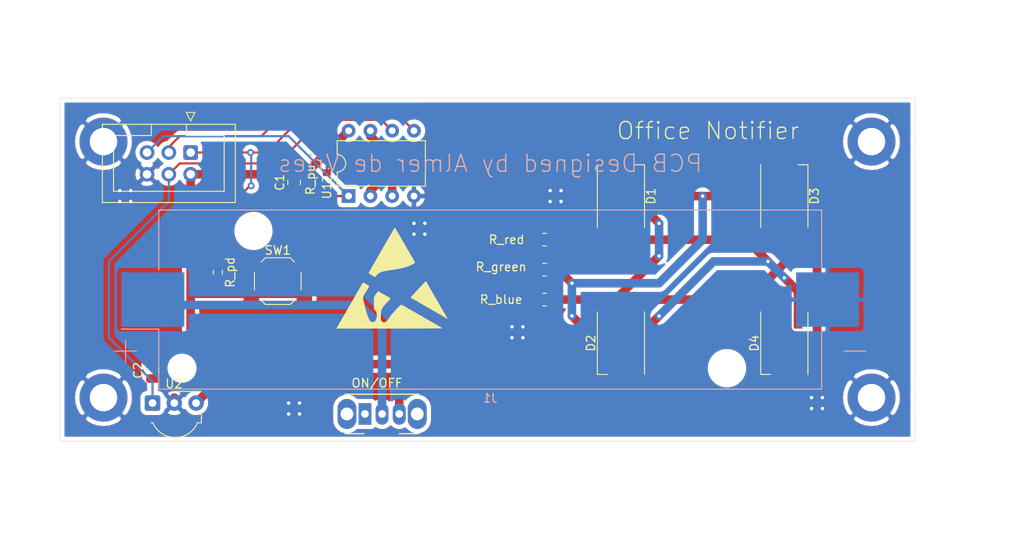
<source format=kicad_pcb>
(kicad_pcb (version 20171130) (host pcbnew "(5.1.7)-1")

  (general
    (thickness 1.6)
    (drawings 10)
    (tracks 185)
    (zones 0)
    (modules 22)
    (nets 14)
  )

  (page A4)
  (layers
    (0 F.Cu signal)
    (31 B.Cu signal)
    (32 B.Adhes user)
    (33 F.Adhes user)
    (34 B.Paste user)
    (35 F.Paste user)
    (36 B.SilkS user)
    (37 F.SilkS user)
    (38 B.Mask user)
    (39 F.Mask user)
    (40 Dwgs.User user)
    (41 Cmts.User user)
    (42 Eco1.User user)
    (43 Eco2.User user)
    (44 Edge.Cuts user)
    (45 Margin user)
    (46 B.CrtYd user)
    (47 F.CrtYd user)
    (48 B.Fab user)
    (49 F.Fab user)
  )

  (setup
    (last_trace_width 1)
    (user_trace_width 1)
    (user_trace_width 2.5)
    (user_trace_width 5)
    (user_trace_width 10)
    (trace_clearance 0.2)
    (zone_clearance 0.508)
    (zone_45_only no)
    (trace_min 0.2)
    (via_size 0.8)
    (via_drill 0.4)
    (via_min_size 0.4)
    (via_min_drill 0.3)
    (uvia_size 0.3)
    (uvia_drill 0.1)
    (uvias_allowed no)
    (uvia_min_size 0.2)
    (uvia_min_drill 0.1)
    (edge_width 0.05)
    (segment_width 0.2)
    (pcb_text_width 0.3)
    (pcb_text_size 1.5 1.5)
    (mod_edge_width 0.12)
    (mod_text_size 1 1)
    (mod_text_width 0.15)
    (pad_size 1.524 1.524)
    (pad_drill 0.762)
    (pad_to_mask_clearance 0)
    (aux_axis_origin 0 0)
    (grid_origin 25.4 165.1)
    (visible_elements 7FFDFFFF)
    (pcbplotparams
      (layerselection 0x010fc_ffffffff)
      (usegerberextensions false)
      (usegerberattributes true)
      (usegerberadvancedattributes true)
      (creategerberjobfile true)
      (excludeedgelayer true)
      (linewidth 0.100000)
      (plotframeref false)
      (viasonmask false)
      (mode 1)
      (useauxorigin false)
      (hpglpennumber 1)
      (hpglpenspeed 20)
      (hpglpendiameter 15.000000)
      (psnegative false)
      (psa4output false)
      (plotreference true)
      (plotvalue true)
      (plotinvisibletext false)
      (padsonsilk false)
      (subtractmaskfromsilk false)
      (outputformat 1)
      (mirror false)
      (drillshape 0)
      (scaleselection 1)
      (outputdirectory ""))
  )

  (net 0 "")
  (net 1 GND)
  (net 2 /IR_out)
  (net 3 VCC)
  (net 4 /!RST)
  (net 5 /LED_red)
  (net 6 /MOSI)
  (net 7 /LED_blue)
  (net 8 /LED_green)
  (net 9 "Net-(D1-Pad6)")
  (net 10 "Net-(D1-Pad5)")
  (net 11 "Net-(D1-Pad4)")
  (net 12 "Net-(ON/OFF1-Pad1)")
  (net 13 "Net-(J1-Pad1)")

  (net_class Default "This is the default net class."
    (clearance 0.2)
    (trace_width 0.25)
    (via_dia 0.8)
    (via_drill 0.4)
    (uvia_dia 0.3)
    (uvia_drill 0.1)
    (add_net /!RST)
    (add_net /IR_out)
    (add_net /LED_blue)
    (add_net /LED_green)
    (add_net /LED_red)
    (add_net /MOSI)
    (add_net GND)
    (add_net "Net-(D1-Pad4)")
    (add_net "Net-(D1-Pad5)")
    (add_net "Net-(D1-Pad6)")
    (add_net "Net-(J1-Pad1)")
    (add_net "Net-(ON/OFF1-Pad1)")
    (add_net VCC)
  )

  (module Symbol:ESD-Logo_13.2x12mm_SilkScreen (layer F.Cu) (tedit 0) (tstamp 5FB78170)
    (at 64.135 146.05)
    (descr "Electrostatic discharge Logo")
    (tags "Logo ESD")
    (path /5FBBDE92)
    (attr virtual)
    (fp_text reference FID1 (at 0 0) (layer F.SilkS) hide
      (effects (font (size 1 1) (thickness 0.15)))
    )
    (fp_text value Fiducial (at 0.75 0) (layer F.Fab) hide
      (effects (font (size 1 1) (thickness 0.15)))
    )
    (fp_poly (pts (xy 0.328085 -5.828329) (xy 0.374129 -5.753509) (xy 0.445067 -5.634972) (xy 0.537991 -5.477763)
      (xy 0.649992 -5.286924) (xy 0.778162 -5.067499) (xy 0.919592 -4.824531) (xy 1.071373 -4.563063)
      (xy 1.230597 -4.28814) (xy 1.394356 -4.004803) (xy 1.55974 -3.718098) (xy 1.723842 -3.433066)
      (xy 1.883752 -3.154752) (xy 2.036562 -2.888198) (xy 2.179363 -2.638448) (xy 2.309247 -2.410545)
      (xy 2.423305 -2.209534) (xy 2.518629 -2.040456) (xy 2.59231 -1.908355) (xy 2.641439 -1.818276)
      (xy 2.663108 -1.77526) (xy 2.663902 -1.772571) (xy 2.637002 -1.73607) (xy 2.562227 -1.680236)
      (xy 2.44847 -1.61055) (xy 2.304623 -1.532491) (xy 2.154029 -1.458313) (xy 1.949119 -1.368365)
      (xy 1.733633 -1.287547) (xy 1.500146 -1.214062) (xy 1.241236 -1.146116) (xy 0.949479 -1.081912)
      (xy 0.617451 -1.019654) (xy 0.237731 -0.957546) (xy -0.155063 -0.89971) (xy -0.496332 -0.8484)
      (xy -0.78291 -0.797603) (xy -1.021985 -0.744796) (xy -1.220741 -0.687454) (xy -1.386365 -0.623053)
      (xy -1.526044 -0.549069) (xy -1.646964 -0.462976) (xy -1.756311 -0.36225) (xy -1.791572 -0.324833)
      (xy -1.868 -0.237721) (xy -1.924537 -0.166636) (xy -1.950765 -0.124833) (xy -1.951464 -0.121406)
      (xy -1.96064 -0.100388) (xy -1.992485 -0.100151) (xy -2.053469 -0.123491) (xy -2.150065 -0.173207)
      (xy -2.288746 -0.252095) (xy -2.385122 -0.308825) (xy -2.528834 -0.397506) (xy -2.640517 -0.473441)
      (xy -2.712666 -0.531168) (xy -2.737774 -0.565224) (xy -2.737759 -0.565471) (xy -2.722189 -0.597925)
      (xy -2.678217 -0.6792) (xy -2.608395 -0.804866) (xy -2.515275 -0.970495) (xy -2.401411 -1.171656)
      (xy -2.269354 -1.40392) (xy -2.121657 -1.662857) (xy -1.960872 -1.944039) (xy -1.789552 -2.243035)
      (xy -1.610249 -2.555416) (xy -1.425515 -2.876752) (xy -1.237902 -3.202614) (xy -1.049964 -3.528573)
      (xy -0.864253 -3.850199) (xy -0.68332 -4.163063) (xy -0.509719 -4.462734) (xy -0.346001 -4.744784)
      (xy -0.194719 -5.004782) (xy -0.058426 -5.238301) (xy 0.060326 -5.440909) (xy 0.158985 -5.608177)
      (xy 0.234999 -5.735676) (xy 0.285814 -5.818977) (xy 0.308879 -5.85365) (xy 0.309845 -5.85439)
      (xy 0.328085 -5.828329)) (layer F.SilkS) (width 0.01))
    (fp_poly (pts (xy 3.975056 0.469238) (xy 3.997816 0.507386) (xy 4.048975 0.594843) (xy 4.126004 0.727238)
      (xy 4.226372 0.900204) (xy 4.347549 1.10937) (xy 4.487006 1.350367) (xy 4.642213 1.618824)
      (xy 4.81064 1.910374) (xy 4.989757 2.220646) (xy 5.173995 2.54) (xy 5.362152 2.866235)
      (xy 5.542803 3.179418) (xy 5.71333 3.475012) (xy 5.871114 3.74848) (xy 6.013538 3.995284)
      (xy 6.137981 4.210889) (xy 6.241826 4.390755) (xy 6.322455 4.530347) (xy 6.377248 4.625128)
      (xy 6.403013 4.669573) (xy 6.445014 4.744661) (xy 6.46785 4.791663) (xy 6.469102 4.799841)
      (xy 6.441272 4.784484) (xy 6.363881 4.740407) (xy 6.240973 4.669942) (xy 6.076595 4.575422)
      (xy 5.874792 4.459178) (xy 5.639609 4.323542) (xy 5.375091 4.170848) (xy 5.085284 4.003428)
      (xy 4.774233 3.823613) (xy 4.445984 3.633735) (xy 4.321097 3.561464) (xy 3.986974 3.368167)
      (xy 3.668147 3.183877) (xy 3.368709 3.01095) (xy 3.092752 2.851743) (xy 2.84437 2.70861)
      (xy 2.627653 2.58391) (xy 2.446696 2.479996) (xy 2.305591 2.399227) (xy 2.20843 2.343957)
      (xy 2.159307 2.316544) (xy 2.15417 2.313948) (xy 2.169138 2.290441) (xy 2.221227 2.227591)
      (xy 2.305117 2.131188) (xy 2.415492 2.00702) (xy 2.547034 1.860879) (xy 2.694424 1.698553)
      (xy 2.852345 1.525832) (xy 3.015479 1.348506) (xy 3.178508 1.172365) (xy 3.336114 1.003198)
      (xy 3.482979 0.846795) (xy 3.613786 0.708945) (xy 3.723216 0.595439) (xy 3.805953 0.512065)
      (xy 3.834328 0.484726) (xy 3.928359 0.396403) (xy 3.975056 0.469238)) (layer F.SilkS) (width 0.01))
    (fp_poly (pts (xy -3.355813 0.582317) (xy -3.290763 0.607473) (xy -3.191615 0.657425) (xy -3.049253 0.735752)
      (xy -3.038168 0.741977) (xy -2.907053 0.816952) (xy -2.796404 0.882638) (xy -2.71709 0.93241)
      (xy -2.679977 0.959641) (xy -2.678939 0.960974) (xy -2.687904 0.99878) (xy -2.729029 1.08321)
      (xy -2.799634 1.209665) (xy -2.89704 1.373544) (xy -3.018565 1.570245) (xy -3.161529 1.79517)
      (xy -3.19711 1.850331) (xy -3.289814 2.003398) (xy -3.357317 2.135112) (xy -3.393695 2.233565)
      (xy -3.397428 2.253014) (xy -3.395771 2.338624) (xy -3.377212 2.474418) (xy -3.344064 2.651687)
      (xy -3.29864 2.861719) (xy -3.243254 3.095804) (xy -3.18022 3.345232) (xy -3.11185 3.60129)
      (xy -3.040458 3.855269) (xy -2.968359 4.098457) (xy -2.897864 4.322145) (xy -2.831288 4.517621)
      (xy -2.770945 4.676174) (xy -2.728879 4.770244) (xy -2.679327 4.870451) (xy -2.63254 4.966337)
      (xy -2.630007 4.971586) (xy -2.552603 5.06844) (xy -2.439632 5.133656) (xy -2.308122 5.164909)
      (xy -2.175099 5.159875) (xy -2.05759 5.116228) (xy -1.991484 5.058764) (xy -1.896282 4.901166)
      (xy -1.826522 4.704756) (xy -1.788247 4.489559) (xy -1.782824 4.367561) (xy -1.804661 4.13987)
      (xy -1.868753 3.95132) (xy -1.978549 3.792759) (xy -2.012787 3.757467) (xy -2.114678 3.65847)
      (xy -2.128672 2.258978) (xy -1.950365 1.989062) (xy -1.866693 1.866891) (xy -1.786111 1.756987)
      (xy -1.720115 1.674673) (xy -1.691748 1.644384) (xy -1.611438 1.569621) (xy -1.50267 1.628196)
      (xy -1.433923 1.670168) (xy -1.396308 1.702756) (xy -1.393903 1.708615) (xy -1.368194 1.733456)
      (xy -1.324208 1.751954) (xy -1.281701 1.768626) (xy -1.216613 1.800299) (xy -1.123356 1.850066)
      (xy -0.996342 1.921018) (xy -0.829984 2.016247) (xy -0.618695 2.138844) (xy -0.503876 2.205864)
      (xy -0.368813 2.286143) (xy -0.28023 2.343319) (xy -0.23029 2.384078) (xy -0.211154 2.415107)
      (xy -0.214984 2.443092) (xy -0.218178 2.449593) (xy -0.249248 2.490533) (xy -0.315729 2.56733)
      (xy -0.409876 2.671393) (xy -0.523944 2.794132) (xy -0.6226 2.89818) (xy -0.849941 3.145134)
      (xy -1.02779 3.359183) (xy -1.157733 3.54248) (xy -1.241358 3.697176) (xy -1.269566 3.775732)
      (xy -1.281217 3.844498) (xy -1.293251 3.961799) (xy -1.304609 4.114234) (xy -1.314233 4.288404)
      (xy -1.318762 4.398537) (xy -1.325082 4.588929) (xy -1.327863 4.728124) (xy -1.326285 4.826819)
      (xy -1.319531 4.895708) (xy -1.306784 4.945487) (xy -1.287227 4.98685) (xy -1.271866 5.012106)
      (xy -1.183158 5.109453) (xy -1.068853 5.177291) (xy -0.948584 5.206876) (xy -0.858455 5.196172)
      (xy -0.776848 5.149861) (xy -0.674553 5.066924) (xy -0.565917 4.961825) (xy -0.465287 4.849032)
      (xy -0.387012 4.74301) (xy -0.358191 4.691778) (xy -0.315018 4.621628) (xy -0.236495 4.514778)
      (xy -0.129797 4.379578) (xy -0.002097 4.224381) (xy 0.139429 4.057536) (xy 0.287607 3.887396)
      (xy 0.435263 3.722311) (xy 0.575222 3.570633) (xy 0.70031 3.440713) (xy 0.79852 3.345339)
      (xy 0.907557 3.250065) (xy 0.999284 3.179817) (xy 1.063621 3.141898) (xy 1.084978 3.137729)
      (xy 1.117706 3.154548) (xy 1.199341 3.199692) (xy 1.325172 3.270449) (xy 1.490488 3.364109)
      (xy 1.690578 3.477962) (xy 1.920732 3.609298) (xy 2.176238 3.755406) (xy 2.452387 3.913576)
      (xy 2.744467 4.081097) (xy 3.047768 4.255259) (xy 3.357579 4.433352) (xy 3.669189 4.612665)
      (xy 3.977888 4.790487) (xy 4.278964 4.964109) (xy 4.567708 5.130819) (xy 4.839408 5.287908)
      (xy 5.089354 5.432666) (xy 5.312834 5.56238) (xy 5.505139 5.674342) (xy 5.661557 5.765841)
      (xy 5.777378 5.834167) (xy 5.847891 5.876608) (xy 5.868329 5.889927) (xy 5.840803 5.89256)
      (xy 5.754208 5.895118) (xy 5.611428 5.897592) (xy 5.415346 5.899966) (xy 5.168844 5.902231)
      (xy 4.874806 5.904373) (xy 4.536114 5.906379) (xy 4.155652 5.908238) (xy 3.736301 5.909937)
      (xy 3.280946 5.911464) (xy 2.792469 5.912807) (xy 2.273753 5.913952) (xy 1.727681 5.914889)
      (xy 1.157136 5.915604) (xy 0.565 5.916085) (xy -0.045843 5.916319) (xy -0.302152 5.916342)
      (xy -6.502061 5.916342) (xy -6.059894 5.149695) (xy -5.966289 4.98736) (xy -5.845796 4.778332)
      (xy -5.702444 4.529603) (xy -5.540262 4.248164) (xy -5.363277 3.941007) (xy -5.17552 3.615125)
      (xy -4.981018 3.277509) (xy -4.7838 2.935151) (xy -4.587895 2.595043) (xy -4.538351 2.509025)
      (xy -4.357696 2.195715) (xy -4.185422 1.897606) (xy -4.024116 1.619136) (xy -3.876368 1.364743)
      (xy -3.744767 1.138864) (xy -3.631901 0.945937) (xy -3.540359 0.790401) (xy -3.47273 0.676692)
      (xy -3.431604 0.60925) (xy -3.420095 0.59208) (xy -3.395885 0.578379) (xy -3.355813 0.582317)) (layer F.SilkS) (width 0.01))
  )

  (module MountingHole:MountingHole_3.2mm_M3_DIN965_Pad (layer F.Cu) (tedit 56D1B4CB) (tstamp 5FB70F12)
    (at 120.015 160.02)
    (descr "Mounting Hole 3.2mm, M3, DIN965")
    (tags "mounting hole 3.2mm m3 din965")
    (path /5FB8A13D)
    (attr virtual)
    (fp_text reference H4 (at 0 -3.8) (layer F.SilkS) hide
      (effects (font (size 1 1) (thickness 0.15)))
    )
    (fp_text value MountingHole_Pad (at 0 3.8) (layer F.Fab)
      (effects (font (size 1 1) (thickness 0.15)))
    )
    (fp_text user %R (at 0.3 0) (layer F.Fab)
      (effects (font (size 1 1) (thickness 0.15)))
    )
    (fp_circle (center 0 0) (end 2.8 0) (layer Cmts.User) (width 0.15))
    (fp_circle (center 0 0) (end 3.05 0) (layer F.CrtYd) (width 0.05))
    (pad 1 thru_hole circle (at 0 0) (size 5.6 5.6) (drill 3.2) (layers *.Cu *.Mask)
      (net 1 GND))
  )

  (module MountingHole:MountingHole_3.2mm_M3_DIN965_Pad (layer F.Cu) (tedit 56D1B4CB) (tstamp 5FB70F0A)
    (at 120.015 130.175)
    (descr "Mounting Hole 3.2mm, M3, DIN965")
    (tags "mounting hole 3.2mm m3 din965")
    (path /5FB913ED)
    (attr virtual)
    (fp_text reference H3 (at 1.905 -8.255) (layer F.SilkS) hide
      (effects (font (size 1 1) (thickness 0.15)))
    )
    (fp_text value MountingHole_Pad (at 0 3.8) (layer F.Fab)
      (effects (font (size 1 1) (thickness 0.15)))
    )
    (fp_text user %R (at 0.3 0) (layer F.Fab)
      (effects (font (size 1 1) (thickness 0.15)))
    )
    (fp_circle (center 0 0) (end 2.8 0) (layer Cmts.User) (width 0.15))
    (fp_circle (center 0 0) (end 3.05 0) (layer F.CrtYd) (width 0.05))
    (pad 1 thru_hole circle (at 0 0) (size 5.6 5.6) (drill 3.2) (layers *.Cu *.Mask)
      (net 1 GND))
  )

  (module MountingHole:MountingHole_3.2mm_M3_DIN965_Pad (layer F.Cu) (tedit 56D1B4CB) (tstamp 5FB70F02)
    (at 30.48 130.175)
    (descr "Mounting Hole 3.2mm, M3, DIN965")
    (tags "mounting hole 3.2mm m3 din965")
    (path /5FB8976F)
    (attr virtual)
    (fp_text reference H2 (at 0 -3.8) (layer F.SilkS) hide
      (effects (font (size 1 1) (thickness 0.15)))
    )
    (fp_text value MountingHole_Pad (at 0 3.8) (layer F.Fab)
      (effects (font (size 1 1) (thickness 0.15)))
    )
    (fp_text user %R (at 0.3 0) (layer F.Fab)
      (effects (font (size 1 1) (thickness 0.15)))
    )
    (fp_circle (center 0 0) (end 2.8 0) (layer Cmts.User) (width 0.15))
    (fp_circle (center 0 0) (end 3.05 0) (layer F.CrtYd) (width 0.05))
    (pad 1 thru_hole circle (at 0 0) (size 5.6 5.6) (drill 3.2) (layers *.Cu *.Mask)
      (net 1 GND))
  )

  (module MountingHole:MountingHole_3.2mm_M3_DIN965_Pad (layer F.Cu) (tedit 56D1B4CB) (tstamp 5FB70EFA)
    (at 30.48 160.02)
    (descr "Mounting Hole 3.2mm, M3, DIN965")
    (tags "mounting hole 3.2mm m3 din965")
    (path /5FB8DC6C)
    (attr virtual)
    (fp_text reference H1 (at 0 -3.8) (layer F.SilkS) hide
      (effects (font (size 1 1) (thickness 0.15)))
    )
    (fp_text value MountingHole_Pad (at 0 3.8) (layer F.Fab)
      (effects (font (size 1 1) (thickness 0.15)))
    )
    (fp_text user %R (at 0.3 0) (layer F.Fab)
      (effects (font (size 1 1) (thickness 0.15)))
    )
    (fp_circle (center 0 0) (end 2.8 0) (layer Cmts.User) (width 0.15))
    (fp_circle (center 0 0) (end 3.05 0) (layer F.CrtYd) (width 0.05))
    (pad 1 thru_hole circle (at 0 0) (size 5.6 5.6) (drill 3.2) (layers *.Cu *.Mask)
      (net 1 GND))
  )

  (module Capacitor_SMD:C_0805_2012Metric (layer F.Cu) (tedit 5F68FEEE) (tstamp 5FB6948A)
    (at 52.705 134.94 90)
    (descr "Capacitor SMD 0805 (2012 Metric), square (rectangular) end terminal, IPC_7351 nominal, (Body size source: IPC-SM-782 page 76, https://www.pcb-3d.com/wordpress/wp-content/uploads/ipc-sm-782a_amendment_1_and_2.pdf, https://docs.google.com/spreadsheets/d/1BsfQQcO9C6DZCsRaXUlFlo91Tg2WpOkGARC1WS5S8t0/edit?usp=sharing), generated with kicad-footprint-generator")
    (tags capacitor)
    (path /5FBAA6F8)
    (attr smd)
    (fp_text reference C1 (at 0 -1.68 90) (layer F.SilkS)
      (effects (font (size 1 1) (thickness 0.15)))
    )
    (fp_text value 4.7u (at 0 1.68 90) (layer F.Fab)
      (effects (font (size 1 1) (thickness 0.15)))
    )
    (fp_line (start 1.7 0.98) (end -1.7 0.98) (layer F.CrtYd) (width 0.05))
    (fp_line (start 1.7 -0.98) (end 1.7 0.98) (layer F.CrtYd) (width 0.05))
    (fp_line (start -1.7 -0.98) (end 1.7 -0.98) (layer F.CrtYd) (width 0.05))
    (fp_line (start -1.7 0.98) (end -1.7 -0.98) (layer F.CrtYd) (width 0.05))
    (fp_line (start -0.261252 0.735) (end 0.261252 0.735) (layer F.SilkS) (width 0.12))
    (fp_line (start -0.261252 -0.735) (end 0.261252 -0.735) (layer F.SilkS) (width 0.12))
    (fp_line (start 1 0.625) (end -1 0.625) (layer F.Fab) (width 0.1))
    (fp_line (start 1 -0.625) (end 1 0.625) (layer F.Fab) (width 0.1))
    (fp_line (start -1 -0.625) (end 1 -0.625) (layer F.Fab) (width 0.1))
    (fp_line (start -1 0.625) (end -1 -0.625) (layer F.Fab) (width 0.1))
    (fp_text user %R (at 0 0 90) (layer F.Fab)
      (effects (font (size 0.5 0.5) (thickness 0.08)))
    )
    (pad 2 smd roundrect (at 0.95 0 90) (size 1 1.45) (layers F.Cu F.Paste F.Mask) (roundrect_rratio 0.25)
      (net 3 VCC))
    (pad 1 smd roundrect (at -0.95 0 90) (size 1 1.45) (layers F.Cu F.Paste F.Mask) (roundrect_rratio 0.25)
      (net 1 GND))
    (model ${KISYS3DMOD}/Capacitor_SMD.3dshapes/C_0805_2012Metric.wrl
      (at (xyz 0 0 0))
      (scale (xyz 1 1 1))
      (rotate (xyz 0 0 0))
    )
  )

  (module Battery:BatteryHolder_Keystone_1042_1x18650 (layer B.Cu) (tedit 5A033499) (tstamp 5FB68396)
    (at 75.565 148.59)
    (descr "Battery holder for 18650 cylindrical cells http://www.keyelco.com/product.cfm/product_id/918")
    (tags "18650 Keystone 1042 Li-ion")
    (path /5FB92B24)
    (attr smd)
    (fp_text reference J1 (at 0 11.5) (layer B.SilkS)
      (effects (font (size 1 1) (thickness 0.15)) (justify mirror))
    )
    (fp_text value Conn_01x02 (at 0 -11.3) (layer B.Fab)
      (effects (font (size 1 1) (thickness 0.15)) (justify mirror))
    )
    (fp_line (start -42.5 4.75) (end -42.5 7.25) (layer B.SilkS) (width 0.12))
    (fp_line (start -43.75 6) (end -41.25 6) (layer B.SilkS) (width 0.12))
    (fp_line (start -39.03 -3.68) (end -43.5 -3.68) (layer B.CrtYd) (width 0.05))
    (fp_line (start -43.5 -3.68) (end -43.5 3.68) (layer B.CrtYd) (width 0.05))
    (fp_line (start -43.5 3.68) (end -39.03 3.68) (layer B.CrtYd) (width 0.05))
    (fp_line (start 43.5 3.68) (end 39.03 3.68) (layer B.CrtYd) (width 0.05))
    (fp_line (start 39.03 -3.68) (end 43.5 -3.68) (layer B.CrtYd) (width 0.05))
    (fp_line (start -39.03 10.83) (end -39.03 3.68) (layer B.CrtYd) (width 0.05))
    (fp_line (start -39.03 -10.83) (end -39.03 -3.68) (layer B.CrtYd) (width 0.05))
    (fp_line (start 39.03 10.83) (end 39.03 3.68) (layer B.CrtYd) (width 0.05))
    (fp_line (start -39.03 10.83) (end 39.03 10.83) (layer B.CrtYd) (width 0.05))
    (fp_line (start -39.03 -10.83) (end 39.03 -10.83) (layer B.CrtYd) (width 0.05))
    (fp_line (start 38.53 10.33) (end 38.53 -10.33) (layer B.Fab) (width 0.1))
    (fp_line (start -33.3675 10.33) (end 38.53 10.33) (layer B.Fab) (width 0.1))
    (fp_line (start 43.75 6) (end 41.25 6) (layer B.SilkS) (width 0.12))
    (fp_line (start -38.53 5.1675) (end -38.53 -10.33) (layer B.Fab) (width 0.1))
    (fp_line (start -38.53 -10.33) (end 38.53 -10.33) (layer B.Fab) (width 0.1))
    (fp_line (start 38.64 3.44) (end 38.64 10.42) (layer B.SilkS) (width 0.12))
    (fp_line (start 38.64 10.44) (end -38.64 10.44) (layer B.SilkS) (width 0.12))
    (fp_line (start -38.64 10.44) (end -38.64 3.44) (layer B.SilkS) (width 0.12))
    (fp_line (start 38.64 -3.44) (end 38.64 -10.44) (layer B.SilkS) (width 0.12))
    (fp_line (start 38.64 -10.44) (end -38.64 -10.44) (layer B.SilkS) (width 0.12))
    (fp_line (start -38.64 -10.44) (end -38.64 -3.44) (layer B.SilkS) (width 0.12))
    (fp_line (start 39.03 -10.83) (end 39.03 -3.68) (layer B.CrtYd) (width 0.05))
    (fp_line (start 43.5 -3.68) (end 43.5 3.68) (layer B.CrtYd) (width 0.05))
    (fp_line (start -38.64 3.44) (end -43 3.44) (layer B.SilkS) (width 0.12))
    (fp_line (start -33.3675 10.33) (end -38.53 5.1675) (layer B.Fab) (width 0.1))
    (fp_text user %R (at 0 0) (layer B.Fab)
      (effects (font (size 1 1) (thickness 0.15)) (justify mirror))
    )
    (pad "" np_thru_hole circle (at -35.93 8) (size 2.39 2.39) (drill 2.39) (layers *.Cu *.Mask))
    (pad "" np_thru_hole circle (at -27.6 -8) (size 3.45 3.45) (drill 3.45) (layers *.Cu *.Mask))
    (pad "" np_thru_hole circle (at 27.6 8) (size 3.45 3.45) (drill 3.45) (layers *.Cu *.Mask))
    (pad 2 smd rect (at 39.33 0) (size 7.34 6.35) (layers B.Cu B.Paste B.Mask)
      (net 1 GND))
    (pad 1 smd rect (at -39.33 0) (size 7.34 6.35) (layers B.Cu B.Paste B.Mask)
      (net 13 "Net-(J1-Pad1)"))
    (model ${KISYS3DMOD}/Battery.3dshapes/BatteryHolder_Keystone_1042_1x18650.wrl
      (at (xyz 0 0 0))
      (scale (xyz 1 1 1))
      (rotate (xyz 0 0 0))
    )
  )

  (module OptoDevice:Vishay_MOLD-3Pin (layer F.Cu) (tedit 5B888673) (tstamp 5FB71691)
    (at 36.195 160.655)
    (descr "IR Receiver Vishay TSOP-xxxx, MOLD package, see https://www.vishay.com/docs/82669/tsop32s40f.pdf")
    (tags "IR Receiver Vishay TSOP-xxxx MOLD")
    (path /5FB784A4)
    (fp_text reference U2 (at 2.5 -2.25 180) (layer F.SilkS)
      (effects (font (size 1 1) (thickness 0.15)))
    )
    (fp_text value TSOP17xx (at 2.5 5 180) (layer F.Fab)
      (effects (font (size 1 1) (thickness 0.15)))
    )
    (fp_line (start 5.6 2.2) (end -0.2 2.2) (layer F.Fab) (width 0.1))
    (fp_line (start -0.2 2.2) (end -0.2 -0.5) (layer F.Fab) (width 0.1))
    (fp_line (start 0.55 -1.25) (end 5.6 -1.25) (layer F.Fab) (width 0.1))
    (fp_line (start 5.6 -1.25) (end 5.6 2.2) (layer F.Fab) (width 0.1))
    (fp_line (start 5.7 2.3) (end 5.7 1.1) (layer F.SilkS) (width 0.12))
    (fp_line (start 5.7 2.3) (end 5.24 2.3) (layer F.SilkS) (width 0.12))
    (fp_line (start 5.62 -1.36) (end 2.54 -1.36) (layer F.SilkS) (width 0.12))
    (fp_line (start 6.23 4.13) (end -1.15 4.13) (layer F.CrtYd) (width 0.05))
    (fp_line (start 6.23 4.13) (end 6.23 -1.5) (layer F.CrtYd) (width 0.05))
    (fp_line (start -1.15 -1.5) (end -1.15 4.13) (layer F.CrtYd) (width 0.05))
    (fp_line (start -1.15 -1.5) (end 6.23 -1.5) (layer F.CrtYd) (width 0.05))
    (fp_line (start 0.04 2.3) (end -0.18 2.3) (layer F.SilkS) (width 0.12))
    (fp_line (start 0.55 -1.25) (end -0.2 -0.5) (layer F.Fab) (width 0.1))
    (fp_arc (start 2.64 1.15) (end 5.14 2.25) (angle 132) (layer F.Fab) (width 0.1))
    (fp_arc (start 2.64 1.2) (end 5.24 2.3) (angle 134.1358099) (layer F.SilkS) (width 0.12))
    (fp_text user %R (at 2.675 1.316) (layer F.Fab)
      (effects (font (size 1 1) (thickness 0.15)))
    )
    (pad 3 thru_hole circle (at 5.08 0) (size 1.8 1.8) (drill 0.9) (layers *.Cu *.Mask)
      (net 3 VCC))
    (pad 2 thru_hole circle (at 2.54 0) (size 1.8 1.8) (drill 0.9) (layers *.Cu *.Mask)
      (net 1 GND))
    (pad 1 thru_hole roundrect (at 0 0) (size 1.8 1.8) (drill 0.9) (layers *.Cu *.Mask) (roundrect_rratio 0.138)
      (net 2 /IR_out))
    (model ${KISYS3DMOD}/OptoDevice.3dshapes/Vishay_MOLD-3Pin.wrl
      (at (xyz 0 0 0))
      (scale (xyz 1 1 1))
      (rotate (xyz 0 0 0))
    )
  )

  (module Button_Switch_THT:SW_CuK_OS102011MA1QN1_SPDT_Angled (layer F.Cu) (tedit 5A02FE31) (tstamp 5FB66CBA)
    (at 60.96 161.925)
    (descr "CuK miniature slide switch, OS series, SPDT, right angle, http://www.ckswitches.com/media/1428/os.pdf")
    (tags "switch SPDT")
    (path /5FBB878C)
    (fp_text reference ON/OFF (at 1.4 -3.6) (layer F.SilkS)
      (effects (font (size 1 1) (thickness 0.15)))
    )
    (fp_text value SW_DIP_x01 (at 1.7 7.7) (layer F.Fab)
      (effects (font (size 1 1) (thickness 0.15)))
    )
    (fp_line (start -2.3 -2.2) (end 6.3 -2.2) (layer F.Fab) (width 0.1))
    (fp_line (start -2.3 -2.2) (end -2.3 2.2) (layer F.Fab) (width 0.1))
    (fp_line (start -2.3 2.2) (end 6.3 2.2) (layer F.Fab) (width 0.1))
    (fp_line (start 6.3 2.2) (end 6.3 -2.2) (layer F.Fab) (width 0.1))
    (fp_line (start 2 2.2) (end 2 6.2) (layer F.Fab) (width 0.1))
    (fp_line (start 2 6.2) (end 0 6.2) (layer F.Fab) (width 0.1))
    (fp_line (start 0 6.2) (end 0 2.2) (layer F.Fab) (width 0.1))
    (fp_line (start -2.3 -2.3) (end 6.3 -2.3) (layer F.SilkS) (width 0.15))
    (fp_line (start -2.3 2.3) (end -0.1 2.3) (layer F.SilkS) (width 0.15))
    (fp_line (start 4 2.3) (end 6.3 2.3) (layer F.SilkS) (width 0.15))
    (fp_line (start 7.7 -2.7) (end 7.7 6.7) (layer F.CrtYd) (width 0.05))
    (fp_line (start 7.7 6.7) (end -3.7 6.7) (layer F.CrtYd) (width 0.05))
    (fp_line (start -3.7 6.7) (end -3.7 -2.7) (layer F.CrtYd) (width 0.05))
    (fp_line (start -3.7 -2.7) (end 7.7 -2.7) (layer F.CrtYd) (width 0.05))
    (fp_text user %R (at 2.3 1.7) (layer F.Fab)
      (effects (font (size 0.5 0.5) (thickness 0.1)))
    )
    (pad "" thru_hole oval (at 6.1 0) (size 2.2 3.5) (drill 1.5) (layers *.Cu *.Mask))
    (pad "" thru_hole oval (at -2.1 0) (size 2.2 3.5) (drill 1.5) (layers *.Cu *.Mask))
    (pad 3 thru_hole oval (at 4 0) (size 1.5 2.5) (drill 0.9) (layers *.Cu *.Mask)
      (net 3 VCC))
    (pad 2 thru_hole oval (at 2 0) (size 1.5 2.5) (drill 0.9) (layers *.Cu *.Mask)
      (net 13 "Net-(J1-Pad1)"))
    (pad 1 thru_hole rect (at 0 0) (size 1.5 2.5) (drill 0.9) (layers *.Cu *.Mask)
      (net 12 "Net-(ON/OFF1-Pad1)"))
    (model ${KISYS3DMOD}/Button_Switch_THT.3dshapes/SW_CuK_OS102011MA1QN1_SPDT_Angled.wrl
      (at (xyz 0 0 0))
      (scale (xyz 1 1 1))
      (rotate (xyz 0 0 0))
    )
  )

  (module LED_SMD:LED_WS2812_PLCC6_5.0x5.0mm_P1.6mm (layer F.Cu) (tedit 5AA4B296) (tstamp 5FB59855)
    (at 90.805 136.525 270)
    (descr https://cdn-shop.adafruit.com/datasheets/WS2812.pdf)
    (tags "LED RGB NeoPixel")
    (path /5FB56D9D)
    (attr smd)
    (fp_text reference D1 (at 0 -3.5 90) (layer F.SilkS)
      (effects (font (size 1 1) (thickness 0.15)))
    )
    (fp_text value HL-AF-5060H203BC-3-S1-THL (at 0 4 90) (layer F.Fab)
      (effects (font (size 1 1) (thickness 0.15)))
    )
    (fp_circle (center 0 0) (end 0 -2) (layer F.Fab) (width 0.1))
    (fp_line (start -3.65 -2.75) (end 3.65 -2.75) (layer F.SilkS) (width 0.12))
    (fp_line (start -3.65 -1.6) (end -3.65 -2.75) (layer F.SilkS) (width 0.12))
    (fp_line (start -3.65 2.75) (end 3.65 2.75) (layer F.SilkS) (width 0.12))
    (fp_line (start -2.5 2.5) (end -2.5 -2.5) (layer F.Fab) (width 0.1))
    (fp_line (start 2.5 2.5) (end -2.5 2.5) (layer F.Fab) (width 0.1))
    (fp_line (start 2.5 -2.5) (end 2.5 2.5) (layer F.Fab) (width 0.1))
    (fp_line (start -2.5 -2.5) (end 2.5 -2.5) (layer F.Fab) (width 0.1))
    (fp_line (start -2.5 -1.5) (end -1.5 -2.5) (layer F.Fab) (width 0.1))
    (fp_line (start -3.45 -2.75) (end -3.45 2.75) (layer F.CrtYd) (width 0.05))
    (fp_line (start -3.45 2.75) (end 3.45 2.75) (layer F.CrtYd) (width 0.05))
    (fp_line (start 3.45 2.75) (end 3.45 -2.75) (layer F.CrtYd) (width 0.05))
    (fp_line (start 3.45 -2.75) (end -3.45 -2.75) (layer F.CrtYd) (width 0.05))
    (fp_text user %R (at 0 0 90) (layer F.Fab)
      (effects (font (size 0.8 0.8) (thickness 0.15)))
    )
    (pad 1 smd rect (at -2.45 -1.6 270) (size 1.5 1) (layers F.Cu F.Paste F.Mask)
      (net 3 VCC))
    (pad 2 smd rect (at -2.45 0 270) (size 1.5 1) (layers F.Cu F.Paste F.Mask)
      (net 3 VCC))
    (pad 3 smd rect (at -2.45 1.6 270) (size 1.5 1) (layers F.Cu F.Paste F.Mask)
      (net 3 VCC))
    (pad 6 smd rect (at 2.45 -1.6 270) (size 1.5 1) (layers F.Cu F.Paste F.Mask)
      (net 9 "Net-(D1-Pad6)"))
    (pad 5 smd rect (at 2.45 0 270) (size 1.5 1) (layers F.Cu F.Paste F.Mask)
      (net 10 "Net-(D1-Pad5)"))
    (pad 4 smd rect (at 2.45 1.6 270) (size 1.5 1) (layers F.Cu F.Paste F.Mask)
      (net 11 "Net-(D1-Pad4)"))
    (model ${KISYS3DMOD}/LED_SMD.3dshapes/LED_WS2812_PLCC6_5.0x5.0mm_P1.6mm.wrl
      (at (xyz 0 0 0))
      (scale (xyz 1 1 1))
      (rotate (xyz 0 0 0))
    )
  )

  (module LED_SMD:LED_WS2812_PLCC6_5.0x5.0mm_P1.6mm (layer F.Cu) (tedit 5AA4B296) (tstamp 5FB5989D)
    (at 109.855 153.67 90)
    (descr https://cdn-shop.adafruit.com/datasheets/WS2812.pdf)
    (tags "LED RGB NeoPixel")
    (path /5FB668A6)
    (attr smd)
    (fp_text reference D4 (at 0 -3.5 90) (layer F.SilkS)
      (effects (font (size 1 1) (thickness 0.15)))
    )
    (fp_text value HL-AF-5060H203BC-3-S1-THL (at 0 4 90) (layer F.Fab)
      (effects (font (size 1 1) (thickness 0.15)))
    )
    (fp_circle (center 0 0) (end 0 -2) (layer F.Fab) (width 0.1))
    (fp_line (start -3.65 -2.75) (end 3.65 -2.75) (layer F.SilkS) (width 0.12))
    (fp_line (start -3.65 -1.6) (end -3.65 -2.75) (layer F.SilkS) (width 0.12))
    (fp_line (start -3.65 2.75) (end 3.65 2.75) (layer F.SilkS) (width 0.12))
    (fp_line (start -2.5 2.5) (end -2.5 -2.5) (layer F.Fab) (width 0.1))
    (fp_line (start 2.5 2.5) (end -2.5 2.5) (layer F.Fab) (width 0.1))
    (fp_line (start 2.5 -2.5) (end 2.5 2.5) (layer F.Fab) (width 0.1))
    (fp_line (start -2.5 -2.5) (end 2.5 -2.5) (layer F.Fab) (width 0.1))
    (fp_line (start -2.5 -1.5) (end -1.5 -2.5) (layer F.Fab) (width 0.1))
    (fp_line (start -3.45 -2.75) (end -3.45 2.75) (layer F.CrtYd) (width 0.05))
    (fp_line (start -3.45 2.75) (end 3.45 2.75) (layer F.CrtYd) (width 0.05))
    (fp_line (start 3.45 2.75) (end 3.45 -2.75) (layer F.CrtYd) (width 0.05))
    (fp_line (start 3.45 -2.75) (end -3.45 -2.75) (layer F.CrtYd) (width 0.05))
    (fp_text user %R (at 0 0 90) (layer F.Fab)
      (effects (font (size 0.8 0.8) (thickness 0.15)))
    )
    (pad 1 smd rect (at -2.45 -1.6 90) (size 1.5 1) (layers F.Cu F.Paste F.Mask)
      (net 3 VCC))
    (pad 2 smd rect (at -2.45 0 90) (size 1.5 1) (layers F.Cu F.Paste F.Mask)
      (net 3 VCC))
    (pad 3 smd rect (at -2.45 1.6 90) (size 1.5 1) (layers F.Cu F.Paste F.Mask)
      (net 3 VCC))
    (pad 6 smd rect (at 2.45 -1.6 90) (size 1.5 1) (layers F.Cu F.Paste F.Mask)
      (net 9 "Net-(D1-Pad6)"))
    (pad 5 smd rect (at 2.45 0 90) (size 1.5 1) (layers F.Cu F.Paste F.Mask)
      (net 10 "Net-(D1-Pad5)"))
    (pad 4 smd rect (at 2.45 1.6 90) (size 1.5 1) (layers F.Cu F.Paste F.Mask)
      (net 11 "Net-(D1-Pad4)"))
    (model ${KISYS3DMOD}/LED_SMD.3dshapes/LED_WS2812_PLCC6_5.0x5.0mm_P1.6mm.wrl
      (at (xyz 0 0 0))
      (scale (xyz 1 1 1))
      (rotate (xyz 0 0 0))
    )
  )

  (module LED_SMD:LED_WS2812_PLCC6_5.0x5.0mm_P1.6mm (layer F.Cu) (tedit 5AA4B296) (tstamp 5FB59885)
    (at 90.805 153.67 90)
    (descr https://cdn-shop.adafruit.com/datasheets/WS2812.pdf)
    (tags "LED RGB NeoPixel")
    (path /5FB5D3DE)
    (attr smd)
    (fp_text reference D2 (at 0 -3.5 90) (layer F.SilkS)
      (effects (font (size 1 1) (thickness 0.15)))
    )
    (fp_text value HL-AF-5060H203BC-3-S1-THL (at 0 4 90) (layer F.Fab)
      (effects (font (size 1 1) (thickness 0.15)))
    )
    (fp_circle (center 0 0) (end 0 -2) (layer F.Fab) (width 0.1))
    (fp_line (start -3.65 -2.75) (end 3.65 -2.75) (layer F.SilkS) (width 0.12))
    (fp_line (start -3.65 -1.6) (end -3.65 -2.75) (layer F.SilkS) (width 0.12))
    (fp_line (start -3.65 2.75) (end 3.65 2.75) (layer F.SilkS) (width 0.12))
    (fp_line (start -2.5 2.5) (end -2.5 -2.5) (layer F.Fab) (width 0.1))
    (fp_line (start 2.5 2.5) (end -2.5 2.5) (layer F.Fab) (width 0.1))
    (fp_line (start 2.5 -2.5) (end 2.5 2.5) (layer F.Fab) (width 0.1))
    (fp_line (start -2.5 -2.5) (end 2.5 -2.5) (layer F.Fab) (width 0.1))
    (fp_line (start -2.5 -1.5) (end -1.5 -2.5) (layer F.Fab) (width 0.1))
    (fp_line (start -3.45 -2.75) (end -3.45 2.75) (layer F.CrtYd) (width 0.05))
    (fp_line (start -3.45 2.75) (end 3.45 2.75) (layer F.CrtYd) (width 0.05))
    (fp_line (start 3.45 2.75) (end 3.45 -2.75) (layer F.CrtYd) (width 0.05))
    (fp_line (start 3.45 -2.75) (end -3.45 -2.75) (layer F.CrtYd) (width 0.05))
    (fp_text user %R (at 0 0 90) (layer F.Fab)
      (effects (font (size 0.8 0.8) (thickness 0.15)))
    )
    (pad 1 smd rect (at -2.45 -1.6 90) (size 1.5 1) (layers F.Cu F.Paste F.Mask)
      (net 3 VCC))
    (pad 2 smd rect (at -2.45 0 90) (size 1.5 1) (layers F.Cu F.Paste F.Mask)
      (net 3 VCC))
    (pad 3 smd rect (at -2.45 1.6 90) (size 1.5 1) (layers F.Cu F.Paste F.Mask)
      (net 3 VCC))
    (pad 6 smd rect (at 2.45 -1.6 90) (size 1.5 1) (layers F.Cu F.Paste F.Mask)
      (net 9 "Net-(D1-Pad6)"))
    (pad 5 smd rect (at 2.45 0 90) (size 1.5 1) (layers F.Cu F.Paste F.Mask)
      (net 10 "Net-(D1-Pad5)"))
    (pad 4 smd rect (at 2.45 1.6 90) (size 1.5 1) (layers F.Cu F.Paste F.Mask)
      (net 11 "Net-(D1-Pad4)"))
    (model ${KISYS3DMOD}/LED_SMD.3dshapes/LED_WS2812_PLCC6_5.0x5.0mm_P1.6mm.wrl
      (at (xyz 0 0 0))
      (scale (xyz 1 1 1))
      (rotate (xyz 0 0 0))
    )
  )

  (module LED_SMD:LED_WS2812_PLCC6_5.0x5.0mm_P1.6mm (layer F.Cu) (tedit 5AA4B296) (tstamp 5FB5986D)
    (at 109.855 136.525 270)
    (descr https://cdn-shop.adafruit.com/datasheets/WS2812.pdf)
    (tags "LED RGB NeoPixel")
    (path /5FB60528)
    (attr smd)
    (fp_text reference D3 (at 0 -3.5 90) (layer F.SilkS)
      (effects (font (size 1 1) (thickness 0.15)))
    )
    (fp_text value HL-AF-5060H203BC-3-S1-THL (at 0 4 90) (layer F.Fab)
      (effects (font (size 1 1) (thickness 0.15)))
    )
    (fp_circle (center 0 0) (end 0 -2) (layer F.Fab) (width 0.1))
    (fp_line (start -3.65 -2.75) (end 3.65 -2.75) (layer F.SilkS) (width 0.12))
    (fp_line (start -3.65 -1.6) (end -3.65 -2.75) (layer F.SilkS) (width 0.12))
    (fp_line (start -3.65 2.75) (end 3.65 2.75) (layer F.SilkS) (width 0.12))
    (fp_line (start -2.5 2.5) (end -2.5 -2.5) (layer F.Fab) (width 0.1))
    (fp_line (start 2.5 2.5) (end -2.5 2.5) (layer F.Fab) (width 0.1))
    (fp_line (start 2.5 -2.5) (end 2.5 2.5) (layer F.Fab) (width 0.1))
    (fp_line (start -2.5 -2.5) (end 2.5 -2.5) (layer F.Fab) (width 0.1))
    (fp_line (start -2.5 -1.5) (end -1.5 -2.5) (layer F.Fab) (width 0.1))
    (fp_line (start -3.45 -2.75) (end -3.45 2.75) (layer F.CrtYd) (width 0.05))
    (fp_line (start -3.45 2.75) (end 3.45 2.75) (layer F.CrtYd) (width 0.05))
    (fp_line (start 3.45 2.75) (end 3.45 -2.75) (layer F.CrtYd) (width 0.05))
    (fp_line (start 3.45 -2.75) (end -3.45 -2.75) (layer F.CrtYd) (width 0.05))
    (fp_text user %R (at 0 0 90) (layer F.Fab)
      (effects (font (size 0.8 0.8) (thickness 0.15)))
    )
    (pad 1 smd rect (at -2.45 -1.6 270) (size 1.5 1) (layers F.Cu F.Paste F.Mask)
      (net 3 VCC))
    (pad 2 smd rect (at -2.45 0 270) (size 1.5 1) (layers F.Cu F.Paste F.Mask)
      (net 3 VCC))
    (pad 3 smd rect (at -2.45 1.6 270) (size 1.5 1) (layers F.Cu F.Paste F.Mask)
      (net 3 VCC))
    (pad 6 smd rect (at 2.45 -1.6 270) (size 1.5 1) (layers F.Cu F.Paste F.Mask)
      (net 9 "Net-(D1-Pad6)"))
    (pad 5 smd rect (at 2.45 0 270) (size 1.5 1) (layers F.Cu F.Paste F.Mask)
      (net 10 "Net-(D1-Pad5)"))
    (pad 4 smd rect (at 2.45 1.6 270) (size 1.5 1) (layers F.Cu F.Paste F.Mask)
      (net 11 "Net-(D1-Pad4)"))
    (model ${KISYS3DMOD}/LED_SMD.3dshapes/LED_WS2812_PLCC6_5.0x5.0mm_P1.6mm.wrl
      (at (xyz 0 0 0))
      (scale (xyz 1 1 1))
      (rotate (xyz 0 0 0))
    )
  )

  (module Package_DIP:DIP-8_W7.62mm (layer F.Cu) (tedit 5A02E8C5) (tstamp 5FB71678)
    (at 59.055 136.525 90)
    (descr "8-lead though-hole mounted DIP package, row spacing 7.62 mm (300 mils)")
    (tags "THT DIP DIL PDIP 2.54mm 7.62mm 300mil")
    (path /5FBF5916)
    (fp_text reference U1 (at 0.635 -2.54 90) (layer F.SilkS)
      (effects (font (size 1 1) (thickness 0.15)))
    )
    (fp_text value ATtiny25V-10PU (at 3.81 9.95 90) (layer F.Fab)
      (effects (font (size 1 1) (thickness 0.15)))
    )
    (fp_line (start 1.635 -1.27) (end 6.985 -1.27) (layer F.Fab) (width 0.1))
    (fp_line (start 6.985 -1.27) (end 6.985 8.89) (layer F.Fab) (width 0.1))
    (fp_line (start 6.985 8.89) (end 0.635 8.89) (layer F.Fab) (width 0.1))
    (fp_line (start 0.635 8.89) (end 0.635 -0.27) (layer F.Fab) (width 0.1))
    (fp_line (start 0.635 -0.27) (end 1.635 -1.27) (layer F.Fab) (width 0.1))
    (fp_line (start 2.81 -1.33) (end 1.16 -1.33) (layer F.SilkS) (width 0.12))
    (fp_line (start 1.16 -1.33) (end 1.16 8.95) (layer F.SilkS) (width 0.12))
    (fp_line (start 1.16 8.95) (end 6.46 8.95) (layer F.SilkS) (width 0.12))
    (fp_line (start 6.46 8.95) (end 6.46 -1.33) (layer F.SilkS) (width 0.12))
    (fp_line (start 6.46 -1.33) (end 4.81 -1.33) (layer F.SilkS) (width 0.12))
    (fp_line (start -1.1 -1.55) (end -1.1 9.15) (layer F.CrtYd) (width 0.05))
    (fp_line (start -1.1 9.15) (end 8.7 9.15) (layer F.CrtYd) (width 0.05))
    (fp_line (start 8.7 9.15) (end 8.7 -1.55) (layer F.CrtYd) (width 0.05))
    (fp_line (start 8.7 -1.55) (end -1.1 -1.55) (layer F.CrtYd) (width 0.05))
    (fp_text user %R (at 3.81 3.81 90) (layer F.Fab)
      (effects (font (size 1 1) (thickness 0.15)))
    )
    (fp_arc (start 3.81 -1.33) (end 2.81 -1.33) (angle -180) (layer F.SilkS) (width 0.12))
    (pad 8 thru_hole oval (at 7.62 0 90) (size 1.6 1.6) (drill 0.8) (layers *.Cu *.Mask)
      (net 3 VCC))
    (pad 4 thru_hole oval (at 0 7.62 90) (size 1.6 1.6) (drill 0.8) (layers *.Cu *.Mask)
      (net 1 GND))
    (pad 7 thru_hole oval (at 7.62 2.54 90) (size 1.6 1.6) (drill 0.8) (layers *.Cu *.Mask)
      (net 5 /LED_red))
    (pad 3 thru_hole oval (at 0 5.08 90) (size 1.6 1.6) (drill 0.8) (layers *.Cu *.Mask)
      (net 7 /LED_blue))
    (pad 6 thru_hole oval (at 7.62 5.08 90) (size 1.6 1.6) (drill 0.8) (layers *.Cu *.Mask)
      (net 2 /IR_out))
    (pad 2 thru_hole oval (at 0 2.54 90) (size 1.6 1.6) (drill 0.8) (layers *.Cu *.Mask)
      (net 8 /LED_green))
    (pad 5 thru_hole oval (at 7.62 7.62 90) (size 1.6 1.6) (drill 0.8) (layers *.Cu *.Mask)
      (net 6 /MOSI))
    (pad 1 thru_hole rect (at 0 0 90) (size 1.6 1.6) (drill 0.8) (layers *.Cu *.Mask)
      (net 4 /!RST))
    (model ${KISYS3DMOD}/Package_DIP.3dshapes/DIP-8_W7.62mm.wrl
      (at (xyz 0 0 0))
      (scale (xyz 1 1 1))
      (rotate (xyz 0 0 0))
    )
  )

  (module Button_Switch_SMD:SW_SPST_SKQG_WithoutStem (layer F.Cu) (tedit 5ABAB684) (tstamp 5FB7165C)
    (at 50.8 146.44)
    (descr "ALPS 5.2mm Square Low-profile Type (Surface Mount) SKQG Series, Without stem, http://www.alps.com/prod/info/E/HTML/Tact/SurfaceMount/SKQG/SKQGAEE010.html")
    (tags "SPST Button Switch")
    (path /5FBD6D2A)
    (attr smd)
    (fp_text reference SW1 (at 0 -3.6) (layer F.SilkS)
      (effects (font (size 1 1) (thickness 0.15)))
    )
    (fp_text value SW_MEC_5E (at 0 3.6) (layer F.Fab)
      (effects (font (size 1 1) (thickness 0.15)))
    )
    (fp_line (start 1.4 -2.6) (end 2.6 -1.4) (layer F.Fab) (width 0.1))
    (fp_line (start 2.6 -1.4) (end 2.6 1.4) (layer F.Fab) (width 0.1))
    (fp_line (start 2.6 1.4) (end 1.4 2.6) (layer F.Fab) (width 0.1))
    (fp_line (start 1.4 2.6) (end -1.4 2.6) (layer F.Fab) (width 0.1))
    (fp_line (start -1.4 2.6) (end -2.6 1.4) (layer F.Fab) (width 0.1))
    (fp_line (start -2.6 1.4) (end -2.6 -1.4) (layer F.Fab) (width 0.1))
    (fp_line (start -2.6 -1.4) (end -1.4 -2.6) (layer F.Fab) (width 0.1))
    (fp_line (start -1.4 -2.6) (end 1.4 -2.6) (layer F.Fab) (width 0.1))
    (fp_line (start -4.25 -2.85) (end -4.25 2.85) (layer F.CrtYd) (width 0.05))
    (fp_line (start 4.25 -2.85) (end -4.25 -2.85) (layer F.CrtYd) (width 0.05))
    (fp_line (start 4.25 2.85) (end 4.25 -2.85) (layer F.CrtYd) (width 0.05))
    (fp_line (start -4.25 2.85) (end 4.25 2.85) (layer F.CrtYd) (width 0.05))
    (fp_line (start -2.72 1.04) (end -2.72 -1.04) (layer F.SilkS) (width 0.12))
    (fp_line (start 1.45 -2.72) (end 1.94 -2.23) (layer F.SilkS) (width 0.12))
    (fp_circle (center 0 0) (end 1.5 0) (layer F.Fab) (width 0.1))
    (fp_line (start 2.72 1.04) (end 2.72 -1.04) (layer F.SilkS) (width 0.12))
    (fp_line (start -1.45 -2.72) (end -1.94 -2.23) (layer F.SilkS) (width 0.12))
    (fp_line (start -1.45 -2.72) (end 1.45 -2.72) (layer F.SilkS) (width 0.12))
    (fp_line (start -1.45 2.72) (end -1.94 2.23) (layer F.SilkS) (width 0.12))
    (fp_line (start -1.45 2.72) (end 1.45 2.72) (layer F.SilkS) (width 0.12))
    (fp_line (start 1.45 2.72) (end 1.94 2.23) (layer F.SilkS) (width 0.12))
    (fp_line (start 4 -1.3) (end 4 1.3) (layer Dwgs.User) (width 0.05))
    (fp_line (start 4 1.3) (end 1 1.3) (layer Dwgs.User) (width 0.05))
    (fp_line (start 1 1.3) (end 1 -1.3) (layer Dwgs.User) (width 0.05))
    (fp_line (start 1 -1.3) (end 4 -1.3) (layer Dwgs.User) (width 0.05))
    (fp_line (start 1 -0.3) (end 2 -1.3) (layer Dwgs.User) (width 0.05))
    (fp_line (start 1 0.7) (end 3 -1.3) (layer Dwgs.User) (width 0.05))
    (fp_line (start 4 -1.3) (end 1.4 1.3) (layer Dwgs.User) (width 0.05))
    (fp_line (start 2.4 1.3) (end 4 -0.3) (layer Dwgs.User) (width 0.05))
    (fp_line (start 4 0.7) (end 3.4 1.3) (layer Dwgs.User) (width 0.05))
    (fp_line (start -1 0.7) (end -1.6 1.3) (layer Dwgs.User) (width 0.05))
    (fp_line (start -4 1.3) (end -4 -1.3) (layer Dwgs.User) (width 0.05))
    (fp_line (start -4 0.7) (end -2 -1.3) (layer Dwgs.User) (width 0.05))
    (fp_line (start -1 1.3) (end -4 1.3) (layer Dwgs.User) (width 0.05))
    (fp_line (start -4 -1.3) (end -1 -1.3) (layer Dwgs.User) (width 0.05))
    (fp_line (start -1 -1.3) (end -3.6 1.3) (layer Dwgs.User) (width 0.05))
    (fp_line (start -2.6 1.3) (end -1 -0.3) (layer Dwgs.User) (width 0.05))
    (fp_line (start -4 -0.3) (end -3 -1.3) (layer Dwgs.User) (width 0.05))
    (fp_line (start -1 -1.3) (end -1 1.3) (layer Dwgs.User) (width 0.05))
    (fp_text user "No F.Cu tracks" (at -2.5 0.2) (layer Cmts.User)
      (effects (font (size 0.2 0.2) (thickness 0.03)))
    )
    (fp_text user "KEEP-OUT ZONE" (at -2.5 -0.2) (layer Cmts.User)
      (effects (font (size 0.2 0.2) (thickness 0.03)))
    )
    (fp_text user "KEEP-OUT ZONE" (at 2.5 -0.2) (layer Cmts.User)
      (effects (font (size 0.2 0.2) (thickness 0.03)))
    )
    (fp_text user "No F.Cu tracks" (at 2.5 0.2) (layer Cmts.User)
      (effects (font (size 0.2 0.2) (thickness 0.03)))
    )
    (fp_text user %R (at 0 0) (layer F.Fab)
      (effects (font (size 0.6 0.6) (thickness 0.09)))
    )
    (pad 2 smd rect (at 3.1 1.85) (size 1.8 1.1) (layers F.Cu F.Paste F.Mask)
      (net 3 VCC))
    (pad 2 smd rect (at -3.1 1.85) (size 1.8 1.1) (layers F.Cu F.Paste F.Mask)
      (net 3 VCC))
    (pad 1 smd rect (at 3.1 -1.85) (size 1.8 1.1) (layers F.Cu F.Paste F.Mask)
      (net 6 /MOSI))
    (pad 1 smd rect (at -3.1 -1.85) (size 1.8 1.1) (layers F.Cu F.Paste F.Mask)
      (net 6 /MOSI))
    (model ${KISYS3DMOD}/Button_Switch_SMD.3dshapes/SW_SPST_SKQG_WithoutStem.wrl
      (at (xyz 0 0 0))
      (scale (xyz 1 1 1))
      (rotate (xyz 0 0 0))
    )
  )

  (module Resistor_SMD:R_0805_2012Metric (layer F.Cu) (tedit 5F68FEEE) (tstamp 5FB720E6)
    (at 81.915 141.605 180)
    (descr "Resistor SMD 0805 (2012 Metric), square (rectangular) end terminal, IPC_7351 nominal, (Body size source: IPC-SM-782 page 72, https://www.pcb-3d.com/wordpress/wp-content/uploads/ipc-sm-782a_amendment_1_and_2.pdf), generated with kicad-footprint-generator")
    (tags resistor)
    (path /5FBA208D)
    (attr smd)
    (fp_text reference R_red (at 4.445 0) (layer F.SilkS)
      (effects (font (size 1 1) (thickness 0.15)))
    )
    (fp_text value 10 (at 0 1.65) (layer F.Fab)
      (effects (font (size 1 1) (thickness 0.15)))
    )
    (fp_line (start -1 0.625) (end -1 -0.625) (layer F.Fab) (width 0.1))
    (fp_line (start -1 -0.625) (end 1 -0.625) (layer F.Fab) (width 0.1))
    (fp_line (start 1 -0.625) (end 1 0.625) (layer F.Fab) (width 0.1))
    (fp_line (start 1 0.625) (end -1 0.625) (layer F.Fab) (width 0.1))
    (fp_line (start -0.227064 -0.735) (end 0.227064 -0.735) (layer F.SilkS) (width 0.12))
    (fp_line (start -0.227064 0.735) (end 0.227064 0.735) (layer F.SilkS) (width 0.12))
    (fp_line (start -1.68 0.95) (end -1.68 -0.95) (layer F.CrtYd) (width 0.05))
    (fp_line (start -1.68 -0.95) (end 1.68 -0.95) (layer F.CrtYd) (width 0.05))
    (fp_line (start 1.68 -0.95) (end 1.68 0.95) (layer F.CrtYd) (width 0.05))
    (fp_line (start 1.68 0.95) (end -1.68 0.95) (layer F.CrtYd) (width 0.05))
    (fp_text user %R (at 0 0) (layer F.Fab)
      (effects (font (size 0.5 0.5) (thickness 0.08)))
    )
    (pad 2 smd roundrect (at 0.9125 0 180) (size 1.025 1.4) (layers F.Cu F.Paste F.Mask) (roundrect_rratio 0.2439014634146341)
      (net 5 /LED_red))
    (pad 1 smd roundrect (at -0.9125 0 180) (size 1.025 1.4) (layers F.Cu F.Paste F.Mask) (roundrect_rratio 0.2439014634146341)
      (net 11 "Net-(D1-Pad4)"))
    (model ${KISYS3DMOD}/Resistor_SMD.3dshapes/R_0805_2012Metric.wrl
      (at (xyz 0 0 0))
      (scale (xyz 1 1 1))
      (rotate (xyz 0 0 0))
    )
  )

  (module Resistor_SMD:R_0603_1608Metric (layer F.Cu) (tedit 5F68FEEE) (tstamp 5FB71617)
    (at 56.515 134.62 270)
    (descr "Resistor SMD 0603 (1608 Metric), square (rectangular) end terminal, IPC_7351 nominal, (Body size source: IPC-SM-782 page 72, https://www.pcb-3d.com/wordpress/wp-content/uploads/ipc-sm-782a_amendment_1_and_2.pdf), generated with kicad-footprint-generator")
    (tags resistor)
    (path /5FC2F6A5)
    (attr smd)
    (fp_text reference R_pu (at 0 1.905 90) (layer F.SilkS)
      (effects (font (size 1 1) (thickness 0.15)))
    )
    (fp_text value 100k (at 0 1.43 90) (layer F.Fab)
      (effects (font (size 1 1) (thickness 0.15)))
    )
    (fp_line (start -0.8 0.4125) (end -0.8 -0.4125) (layer F.Fab) (width 0.1))
    (fp_line (start -0.8 -0.4125) (end 0.8 -0.4125) (layer F.Fab) (width 0.1))
    (fp_line (start 0.8 -0.4125) (end 0.8 0.4125) (layer F.Fab) (width 0.1))
    (fp_line (start 0.8 0.4125) (end -0.8 0.4125) (layer F.Fab) (width 0.1))
    (fp_line (start -0.237258 -0.5225) (end 0.237258 -0.5225) (layer F.SilkS) (width 0.12))
    (fp_line (start -0.237258 0.5225) (end 0.237258 0.5225) (layer F.SilkS) (width 0.12))
    (fp_line (start -1.48 0.73) (end -1.48 -0.73) (layer F.CrtYd) (width 0.05))
    (fp_line (start -1.48 -0.73) (end 1.48 -0.73) (layer F.CrtYd) (width 0.05))
    (fp_line (start 1.48 -0.73) (end 1.48 0.73) (layer F.CrtYd) (width 0.05))
    (fp_line (start 1.48 0.73) (end -1.48 0.73) (layer F.CrtYd) (width 0.05))
    (fp_text user %R (at 0 0 90) (layer F.Fab)
      (effects (font (size 0.4 0.4) (thickness 0.06)))
    )
    (pad 2 smd roundrect (at 0.825 0 270) (size 0.8 0.95) (layers F.Cu F.Paste F.Mask) (roundrect_rratio 0.25)
      (net 4 /!RST))
    (pad 1 smd roundrect (at -0.825 0 270) (size 0.8 0.95) (layers F.Cu F.Paste F.Mask) (roundrect_rratio 0.25)
      (net 3 VCC))
    (model ${KISYS3DMOD}/Resistor_SMD.3dshapes/R_0603_1608Metric.wrl
      (at (xyz 0 0 0))
      (scale (xyz 1 1 1))
      (rotate (xyz 0 0 0))
    )
  )

  (module Resistor_SMD:R_0603_1608Metric (layer F.Cu) (tedit 5F68FEEE) (tstamp 5FB71606)
    (at 43.815 145.415 270)
    (descr "Resistor SMD 0603 (1608 Metric), square (rectangular) end terminal, IPC_7351 nominal, (Body size source: IPC-SM-782 page 72, https://www.pcb-3d.com/wordpress/wp-content/uploads/ipc-sm-782a_amendment_1_and_2.pdf), generated with kicad-footprint-generator")
    (tags resistor)
    (path /5FBE001D)
    (attr smd)
    (fp_text reference R_pd (at 0 -1.43 90) (layer F.SilkS)
      (effects (font (size 1 1) (thickness 0.15)))
    )
    (fp_text value 100k (at 0 1.43 90) (layer F.Fab)
      (effects (font (size 1 1) (thickness 0.15)))
    )
    (fp_line (start -0.8 0.4125) (end -0.8 -0.4125) (layer F.Fab) (width 0.1))
    (fp_line (start -0.8 -0.4125) (end 0.8 -0.4125) (layer F.Fab) (width 0.1))
    (fp_line (start 0.8 -0.4125) (end 0.8 0.4125) (layer F.Fab) (width 0.1))
    (fp_line (start 0.8 0.4125) (end -0.8 0.4125) (layer F.Fab) (width 0.1))
    (fp_line (start -0.237258 -0.5225) (end 0.237258 -0.5225) (layer F.SilkS) (width 0.12))
    (fp_line (start -0.237258 0.5225) (end 0.237258 0.5225) (layer F.SilkS) (width 0.12))
    (fp_line (start -1.48 0.73) (end -1.48 -0.73) (layer F.CrtYd) (width 0.05))
    (fp_line (start -1.48 -0.73) (end 1.48 -0.73) (layer F.CrtYd) (width 0.05))
    (fp_line (start 1.48 -0.73) (end 1.48 0.73) (layer F.CrtYd) (width 0.05))
    (fp_line (start 1.48 0.73) (end -1.48 0.73) (layer F.CrtYd) (width 0.05))
    (fp_text user %R (at 0 0 90) (layer F.Fab)
      (effects (font (size 0.4 0.4) (thickness 0.06)))
    )
    (pad 2 smd roundrect (at 0.825 0 270) (size 0.8 0.95) (layers F.Cu F.Paste F.Mask) (roundrect_rratio 0.25)
      (net 1 GND))
    (pad 1 smd roundrect (at -0.825 0 270) (size 0.8 0.95) (layers F.Cu F.Paste F.Mask) (roundrect_rratio 0.25)
      (net 6 /MOSI))
    (model ${KISYS3DMOD}/Resistor_SMD.3dshapes/R_0603_1608Metric.wrl
      (at (xyz 0 0 0))
      (scale (xyz 1 1 1))
      (rotate (xyz 0 0 0))
    )
  )

  (module Resistor_SMD:R_0805_2012Metric (layer F.Cu) (tedit 5F68FEEE) (tstamp 5FB715F5)
    (at 81.915 145.0975 180)
    (descr "Resistor SMD 0805 (2012 Metric), square (rectangular) end terminal, IPC_7351 nominal, (Body size source: IPC-SM-782 page 72, https://www.pcb-3d.com/wordpress/wp-content/uploads/ipc-sm-782a_amendment_1_and_2.pdf), generated with kicad-footprint-generator")
    (tags resistor)
    (path /5FBA2DCB)
    (attr smd)
    (fp_text reference R_green (at 5.08 0.3175) (layer F.SilkS)
      (effects (font (size 1 1) (thickness 0.15)))
    )
    (fp_text value 0 (at 0 1.65) (layer F.Fab)
      (effects (font (size 1 1) (thickness 0.15)))
    )
    (fp_line (start -1 0.625) (end -1 -0.625) (layer F.Fab) (width 0.1))
    (fp_line (start -1 -0.625) (end 1 -0.625) (layer F.Fab) (width 0.1))
    (fp_line (start 1 -0.625) (end 1 0.625) (layer F.Fab) (width 0.1))
    (fp_line (start 1 0.625) (end -1 0.625) (layer F.Fab) (width 0.1))
    (fp_line (start -0.227064 -0.735) (end 0.227064 -0.735) (layer F.SilkS) (width 0.12))
    (fp_line (start -0.227064 0.735) (end 0.227064 0.735) (layer F.SilkS) (width 0.12))
    (fp_line (start -1.68 0.95) (end -1.68 -0.95) (layer F.CrtYd) (width 0.05))
    (fp_line (start -1.68 -0.95) (end 1.68 -0.95) (layer F.CrtYd) (width 0.05))
    (fp_line (start 1.68 -0.95) (end 1.68 0.95) (layer F.CrtYd) (width 0.05))
    (fp_line (start 1.68 0.95) (end -1.68 0.95) (layer F.CrtYd) (width 0.05))
    (fp_text user %R (at 0 0) (layer F.Fab)
      (effects (font (size 0.5 0.5) (thickness 0.08)))
    )
    (pad 2 smd roundrect (at 0.9125 0 180) (size 1.025 1.4) (layers F.Cu F.Paste F.Mask) (roundrect_rratio 0.2439014634146341)
      (net 8 /LED_green))
    (pad 1 smd roundrect (at -0.9125 0 180) (size 1.025 1.4) (layers F.Cu F.Paste F.Mask) (roundrect_rratio 0.2439014634146341)
      (net 10 "Net-(D1-Pad5)"))
    (model ${KISYS3DMOD}/Resistor_SMD.3dshapes/R_0805_2012Metric.wrl
      (at (xyz 0 0 0))
      (scale (xyz 1 1 1))
      (rotate (xyz 0 0 0))
    )
  )

  (module Resistor_SMD:R_0805_2012Metric (layer F.Cu) (tedit 5F68FEEE) (tstamp 5FB715E4)
    (at 81.915 148.59 180)
    (descr "Resistor SMD 0805 (2012 Metric), square (rectangular) end terminal, IPC_7351 nominal, (Body size source: IPC-SM-782 page 72, https://www.pcb-3d.com/wordpress/wp-content/uploads/ipc-sm-782a_amendment_1_and_2.pdf), generated with kicad-footprint-generator")
    (tags resistor)
    (path /5FBA3702)
    (attr smd)
    (fp_text reference R_blue (at 5.08 0) (layer F.SilkS)
      (effects (font (size 1 1) (thickness 0.15)))
    )
    (fp_text value 0 (at 0 1.65) (layer F.Fab)
      (effects (font (size 1 1) (thickness 0.15)))
    )
    (fp_line (start -1 0.625) (end -1 -0.625) (layer F.Fab) (width 0.1))
    (fp_line (start -1 -0.625) (end 1 -0.625) (layer F.Fab) (width 0.1))
    (fp_line (start 1 -0.625) (end 1 0.625) (layer F.Fab) (width 0.1))
    (fp_line (start 1 0.625) (end -1 0.625) (layer F.Fab) (width 0.1))
    (fp_line (start -0.227064 -0.735) (end 0.227064 -0.735) (layer F.SilkS) (width 0.12))
    (fp_line (start -0.227064 0.735) (end 0.227064 0.735) (layer F.SilkS) (width 0.12))
    (fp_line (start -1.68 0.95) (end -1.68 -0.95) (layer F.CrtYd) (width 0.05))
    (fp_line (start -1.68 -0.95) (end 1.68 -0.95) (layer F.CrtYd) (width 0.05))
    (fp_line (start 1.68 -0.95) (end 1.68 0.95) (layer F.CrtYd) (width 0.05))
    (fp_line (start 1.68 0.95) (end -1.68 0.95) (layer F.CrtYd) (width 0.05))
    (fp_text user %R (at 0 0) (layer F.Fab)
      (effects (font (size 0.5 0.5) (thickness 0.08)))
    )
    (pad 2 smd roundrect (at 0.9125 0 180) (size 1.025 1.4) (layers F.Cu F.Paste F.Mask) (roundrect_rratio 0.2439014634146341)
      (net 7 /LED_blue))
    (pad 1 smd roundrect (at -0.9125 0 180) (size 1.025 1.4) (layers F.Cu F.Paste F.Mask) (roundrect_rratio 0.2439014634146341)
      (net 9 "Net-(D1-Pad6)"))
    (model ${KISYS3DMOD}/Resistor_SMD.3dshapes/R_0805_2012Metric.wrl
      (at (xyz 0 0 0))
      (scale (xyz 1 1 1))
      (rotate (xyz 0 0 0))
    )
  )

  (module Connector_IDC:IDC-Header_2x03_P2.54mm_Vertical (layer F.Cu) (tedit 5EAC9A07) (tstamp 5FB715D3)
    (at 40.64 131.445 270)
    (descr "Through hole IDC box header, 2x03, 2.54mm pitch, DIN 41651 / IEC 60603-13, double rows, https://docs.google.com/spreadsheets/d/16SsEcesNF15N3Lb4niX7dcUr-NY5_MFPQhobNuNppn4/edit#gid=0")
    (tags "Through hole vertical IDC box header THT 2x03 2.54mm double row")
    (path /5FBF81C5)
    (fp_text reference J2 (at 1.27 -6.1 90) (layer F.SilkS) hide
      (effects (font (size 1 1) (thickness 0.15)))
    )
    (fp_text value AVR-ISP-6 (at 1.27 11.18 90) (layer F.Fab)
      (effects (font (size 1 1) (thickness 0.15)))
    )
    (fp_text user %R (at 1.27 2.54 180) (layer B.Fab)
      (effects (font (size 1 1) (thickness 0.15)) (justify mirror))
    )
    (fp_line (start 6.22 -5.6) (end -3.68 -5.6) (layer F.CrtYd) (width 0.05))
    (fp_line (start 6.22 10.69) (end 6.22 -5.6) (layer F.CrtYd) (width 0.05))
    (fp_line (start -3.68 10.69) (end 6.22 10.69) (layer F.CrtYd) (width 0.05))
    (fp_line (start -3.68 -5.6) (end -3.68 10.69) (layer F.CrtYd) (width 0.05))
    (fp_line (start -4.68 0.5) (end -3.68 0) (layer F.SilkS) (width 0.12))
    (fp_line (start -4.68 -0.5) (end -4.68 0.5) (layer F.SilkS) (width 0.12))
    (fp_line (start -3.68 0) (end -4.68 -0.5) (layer F.SilkS) (width 0.12))
    (fp_line (start -1.98 4.59) (end -3.29 4.59) (layer F.SilkS) (width 0.12))
    (fp_line (start -1.98 4.59) (end -1.98 4.59) (layer F.SilkS) (width 0.12))
    (fp_line (start -1.98 8.99) (end -1.98 4.59) (layer F.SilkS) (width 0.12))
    (fp_line (start 4.52 8.99) (end -1.98 8.99) (layer F.SilkS) (width 0.12))
    (fp_line (start 4.52 -3.91) (end 4.52 8.99) (layer F.SilkS) (width 0.12))
    (fp_line (start -1.98 -3.91) (end 4.52 -3.91) (layer F.SilkS) (width 0.12))
    (fp_line (start -1.98 0.49) (end -1.98 -3.91) (layer F.SilkS) (width 0.12))
    (fp_line (start -3.29 0.49) (end -1.98 0.49) (layer F.SilkS) (width 0.12))
    (fp_line (start -3.29 10.29) (end -3.29 -5.21) (layer F.SilkS) (width 0.12))
    (fp_line (start 5.83 10.29) (end -3.29 10.29) (layer F.SilkS) (width 0.12))
    (fp_line (start 5.83 -5.21) (end 5.83 10.29) (layer F.SilkS) (width 0.12))
    (fp_line (start -3.29 -5.21) (end 5.83 -5.21) (layer F.SilkS) (width 0.12))
    (fp_line (start -1.98 4.59) (end -3.18 4.59) (layer F.Fab) (width 0.1))
    (fp_line (start -1.98 4.59) (end -1.98 4.59) (layer F.Fab) (width 0.1))
    (fp_line (start -1.98 8.99) (end -1.98 4.59) (layer F.Fab) (width 0.1))
    (fp_line (start 4.52 8.99) (end -1.98 8.99) (layer F.Fab) (width 0.1))
    (fp_line (start 4.52 -3.91) (end 4.52 8.99) (layer F.Fab) (width 0.1))
    (fp_line (start -1.98 -3.91) (end 4.52 -3.91) (layer F.Fab) (width 0.1))
    (fp_line (start -1.98 0.49) (end -1.98 -3.91) (layer F.Fab) (width 0.1))
    (fp_line (start -3.18 0.49) (end -1.98 0.49) (layer F.Fab) (width 0.1))
    (fp_line (start -3.18 10.18) (end -3.18 -4.1) (layer F.Fab) (width 0.1))
    (fp_line (start 5.72 10.18) (end -3.18 10.18) (layer F.Fab) (width 0.1))
    (fp_line (start 5.72 -5.1) (end 5.72 10.18) (layer F.Fab) (width 0.1))
    (fp_line (start -2.18 -5.1) (end 5.72 -5.1) (layer F.Fab) (width 0.1))
    (fp_line (start -3.18 -4.1) (end -2.18 -5.1) (layer F.Fab) (width 0.1))
    (pad 1 thru_hole roundrect (at 0 0 270) (size 1.7 1.7) (drill 1) (layers *.Cu *.Mask) (roundrect_rratio 0.1470588235294118)
      (net 6 /MOSI))
    (pad 3 thru_hole circle (at 0 2.54 270) (size 1.7 1.7) (drill 1) (layers *.Cu *.Mask)
      (net 5 /LED_red))
    (pad 5 thru_hole circle (at 0 5.08 270) (size 1.7 1.7) (drill 1) (layers *.Cu *.Mask)
      (net 4 /!RST))
    (pad 2 thru_hole circle (at 2.54 0 270) (size 1.7 1.7) (drill 1) (layers *.Cu *.Mask)
      (net 3 VCC))
    (pad 4 thru_hole circle (at 2.54 2.54 270) (size 1.7 1.7) (drill 1) (layers *.Cu *.Mask)
      (net 2 /IR_out))
    (pad 6 thru_hole circle (at 2.54 5.08 270) (size 1.7 1.7) (drill 1) (layers *.Cu *.Mask)
      (net 1 GND))
    (model ${KISYS3DMOD}/Connector_IDC.3dshapes/IDC-Header_2x03_P2.54mm_Vertical.wrl
      (at (xyz 0 0 0))
      (scale (xyz 1 1 1))
      (rotate (xyz 0 0 0))
    )
  )

  (module Capacitor_SMD:C_0805_2012Metric (layer F.Cu) (tedit 5F68FEEE) (tstamp 5FB71597)
    (at 36.195 156.845 90)
    (descr "Capacitor SMD 0805 (2012 Metric), square (rectangular) end terminal, IPC_7351 nominal, (Body size source: IPC-SM-782 page 76, https://www.pcb-3d.com/wordpress/wp-content/uploads/ipc-sm-782a_amendment_1_and_2.pdf, https://docs.google.com/spreadsheets/d/1BsfQQcO9C6DZCsRaXUlFlo91Tg2WpOkGARC1WS5S8t0/edit?usp=sharing), generated with kicad-footprint-generator")
    (tags capacitor)
    (path /5FB7D369)
    (attr smd)
    (fp_text reference C2 (at 0 -1.68 90) (layer F.SilkS)
      (effects (font (size 1 1) (thickness 0.15)))
    )
    (fp_text value 4.7u (at 0 1.68 90) (layer F.Fab)
      (effects (font (size 1 1) (thickness 0.15)))
    )
    (fp_line (start -1 0.625) (end -1 -0.625) (layer F.Fab) (width 0.1))
    (fp_line (start -1 -0.625) (end 1 -0.625) (layer F.Fab) (width 0.1))
    (fp_line (start 1 -0.625) (end 1 0.625) (layer F.Fab) (width 0.1))
    (fp_line (start 1 0.625) (end -1 0.625) (layer F.Fab) (width 0.1))
    (fp_line (start -0.261252 -0.735) (end 0.261252 -0.735) (layer F.SilkS) (width 0.12))
    (fp_line (start -0.261252 0.735) (end 0.261252 0.735) (layer F.SilkS) (width 0.12))
    (fp_line (start -1.7 0.98) (end -1.7 -0.98) (layer F.CrtYd) (width 0.05))
    (fp_line (start -1.7 -0.98) (end 1.7 -0.98) (layer F.CrtYd) (width 0.05))
    (fp_line (start 1.7 -0.98) (end 1.7 0.98) (layer F.CrtYd) (width 0.05))
    (fp_line (start 1.7 0.98) (end -1.7 0.98) (layer F.CrtYd) (width 0.05))
    (fp_text user %R (at 0 0 90) (layer F.Fab)
      (effects (font (size 0.5 0.5) (thickness 0.08)))
    )
    (pad 2 smd roundrect (at 0.95 0 90) (size 1 1.45) (layers F.Cu F.Paste F.Mask) (roundrect_rratio 0.25)
      (net 1 GND))
    (pad 1 smd roundrect (at -0.95 0 90) (size 1 1.45) (layers F.Cu F.Paste F.Mask) (roundrect_rratio 0.25)
      (net 2 /IR_out))
    (model ${KISYS3DMOD}/Capacitor_SMD.3dshapes/C_0805_2012Metric.wrl
      (at (xyz 0 0 0))
      (scale (xyz 1 1 1))
      (rotate (xyz 0 0 0))
    )
  )

  (gr_text "PCB Designed by Almer de Vries" (at 75.565 132.715) (layer B.SilkS)
    (effects (font (size 2 2) (thickness 0.15)) (justify mirror))
  )
  (gr_text "Office Notifier" (at 100.965 128.905) (layer F.SilkS)
    (effects (font (size 2 2) (thickness 0.15)))
  )
  (gr_line (start 25.4 165.1) (end 25.4 125.095) (layer Edge.Cuts) (width 0.05))
  (gr_line (start 125.095 165.1) (end 25.4 165.1) (layer Edge.Cuts) (width 0.05))
  (gr_line (start 125.095 125.095) (end 125.095 165.1) (layer Edge.Cuts) (width 0.05))
  (gr_line (start 25.4 125.095) (end 125.095 125.095) (layer Edge.Cuts) (width 0.05))
  (gr_line (start 25.4 125.095) (end 25.4 165.1) (layer Margin) (width 0.15) (tstamp 5FB65CE8))
  (gr_line (start 125.095 125.095) (end 25.4 125.095) (layer Margin) (width 0.15))
  (gr_line (start 125.095 165.1) (end 125.095 125.095) (layer Margin) (width 0.15))
  (gr_line (start 25.4 165.1) (end 125.095 165.1) (layer Margin) (width 0.15))

  (via (at 66.675 139.7) (size 0.8) (drill 0.4) (layers F.Cu B.Cu) (net 1))
  (via (at 67.945 139.7) (size 0.8) (drill 0.4) (layers F.Cu B.Cu) (net 1))
  (via (at 67.945 140.97) (size 0.8) (drill 0.4) (layers F.Cu B.Cu) (net 1))
  (via (at 66.675 140.97) (size 0.8) (drill 0.4) (layers F.Cu B.Cu) (net 1))
  (via (at 52.07 160.655) (size 0.8) (drill 0.4) (layers F.Cu B.Cu) (net 1))
  (via (at 53.34 160.655) (size 0.8) (drill 0.4) (layers F.Cu B.Cu) (net 1))
  (via (at 53.34 161.925) (size 0.8) (drill 0.4) (layers F.Cu B.Cu) (net 1))
  (via (at 52.07 161.925) (size 0.8) (drill 0.4) (layers F.Cu B.Cu) (net 1))
  (via (at 79.375 153.035) (size 0.8) (drill 0.4) (layers F.Cu B.Cu) (net 1))
  (via (at 79.375 151.765) (size 0.8) (drill 0.4) (layers F.Cu B.Cu) (net 1))
  (via (at 78.105 151.765) (size 0.8) (drill 0.4) (layers F.Cu B.Cu) (net 1))
  (via (at 78.105 153.035) (size 0.8) (drill 0.4) (layers F.Cu B.Cu) (net 1))
  (via (at 113.03 160.02) (size 0.8) (drill 0.4) (layers F.Cu B.Cu) (net 1))
  (via (at 113.03 161.29) (size 0.8) (drill 0.4) (layers F.Cu B.Cu) (net 1))
  (via (at 114.3 161.29) (size 0.8) (drill 0.4) (layers F.Cu B.Cu) (net 1))
  (via (at 114.3 160.02) (size 0.8) (drill 0.4) (layers F.Cu B.Cu) (net 1))
  (via (at 82.55 135.89) (size 0.8) (drill 0.4) (layers F.Cu B.Cu) (net 1))
  (via (at 83.82 135.89) (size 0.8) (drill 0.4) (layers F.Cu B.Cu) (net 1))
  (via (at 83.82 137.16) (size 0.8) (drill 0.4) (layers F.Cu B.Cu) (net 1))
  (via (at 82.55 137.16) (size 0.8) (drill 0.4) (layers F.Cu B.Cu) (net 1))
  (via (at 33.655 135.89) (size 0.8) (drill 0.4) (layers F.Cu B.Cu) (net 1))
  (via (at 33.655 137.16) (size 0.8) (drill 0.4) (layers F.Cu B.Cu) (net 1))
  (via (at 32.385 137.16) (size 0.8) (drill 0.4) (layers F.Cu B.Cu) (net 1))
  (via (at 32.385 135.89) (size 0.8) (drill 0.4) (layers F.Cu B.Cu) (net 1))
  (segment (start 62.865 127.635) (end 64.135 128.905) (width 0.25) (layer F.Cu) (net 2))
  (segment (start 55.88 127.635) (end 62.865 127.635) (width 0.25) (layer F.Cu) (net 2))
  (segment (start 50.8 132.715) (end 55.88 127.635) (width 0.25) (layer F.Cu) (net 2))
  (segment (start 39.37 132.715) (end 50.8 132.715) (width 0.25) (layer F.Cu) (net 2))
  (segment (start 38.1 133.985) (end 39.37 132.715) (width 0.25) (layer F.Cu) (net 2))
  (segment (start 41.275 161.29) (end 41.275 160.655) (width 0.25) (layer B.Cu) (net 3))
  (segment (start 38.1 137.16) (end 31.115 144.145) (width 0.25) (layer B.Cu) (net 2))
  (segment (start 38.1 133.985) (end 38.1 137.16) (width 0.25) (layer B.Cu) (net 2))
  (segment (start 89.205 134.075) (end 90.805 134.075) (width 1) (layer F.Cu) (net 3))
  (segment (start 90.805 134.075) (end 92.405 134.075) (width 1) (layer F.Cu) (net 3))
  (segment (start 92.405 134.075) (end 111.455 134.075) (width 1) (layer F.Cu) (net 3))
  (segment (start 111.455 134.075) (end 112.485 134.075) (width 1) (layer F.Cu) (net 3))
  (segment (start 112.485 134.075) (end 113.665 135.255) (width 1) (layer F.Cu) (net 3))
  (segment (start 113.665 135.255) (end 113.665 154.94) (width 1) (layer F.Cu) (net 3))
  (segment (start 112.485 156.12) (end 111.455 156.12) (width 1) (layer F.Cu) (net 3))
  (segment (start 113.665 154.94) (end 112.485 156.12) (width 1) (layer F.Cu) (net 3))
  (segment (start 89.205 156.12) (end 67.4 156.12) (width 1) (layer F.Cu) (net 3))
  (segment (start 64.96 158.56) (end 64.96 161.925) (width 1) (layer F.Cu) (net 3))
  (segment (start 67.4 156.12) (end 64.96 158.56) (width 1) (layer F.Cu) (net 3))
  (segment (start 40.73 134.075) (end 40.64 133.985) (width 1) (layer F.Cu) (net 3))
  (segment (start 40.64 133.985) (end 53.975 133.985) (width 1) (layer F.Cu) (net 3))
  (segment (start 56.515 133.795) (end 56.515 131.445) (width 0.25) (layer F.Cu) (net 3))
  (segment (start 56.515 131.445) (end 59.055 128.905) (width 1) (layer F.Cu) (net 3))
  (segment (start 53.975 133.985) (end 56.515 131.445) (width 1) (layer F.Cu) (net 3))
  (segment (start 67.4 156.12) (end 43.905 156.12) (width 1) (layer F.Cu) (net 3))
  (segment (start 92.405 156.12) (end 89.205 156.12) (width 1) (layer F.Cu) (net 3))
  (segment (start 108.255 156.12) (end 111.455 156.12) (width 1) (layer F.Cu) (net 3))
  (segment (start 108.255 156.12) (end 108.255 159.08) (width 1) (layer F.Cu) (net 3))
  (segment (start 108.255 159.08) (end 106.045 161.29) (width 1) (layer F.Cu) (net 3))
  (segment (start 106.045 161.29) (end 94.615 161.29) (width 1) (layer F.Cu) (net 3))
  (segment (start 92.405 159.08) (end 92.405 156.12) (width 1) (layer F.Cu) (net 3))
  (segment (start 94.615 161.29) (end 92.405 159.08) (width 1) (layer F.Cu) (net 3))
  (segment (start 52.07 129.54) (end 59.055 136.525) (width 0.25) (layer B.Cu) (net 4))
  (segment (start 37.465 129.54) (end 52.07 129.54) (width 0.25) (layer B.Cu) (net 4))
  (segment (start 35.56 131.445) (end 37.465 129.54) (width 0.25) (layer B.Cu) (net 4))
  (segment (start 57.595 136.525) (end 56.515 135.445) (width 0.25) (layer F.Cu) (net 4))
  (segment (start 59.055 136.525) (end 57.595 136.525) (width 0.25) (layer F.Cu) (net 4))
  (segment (start 61.595 128.905) (end 61.595 129.54) (width 1) (layer F.Cu) (net 5))
  (segment (start 61.595 129.54) (end 63.5 131.445) (width 1) (layer F.Cu) (net 5))
  (segment (start 73.025 131.445) (end 77.47 135.89) (width 1) (layer F.Cu) (net 5))
  (segment (start 77.47 135.89) (end 77.47 139.065) (width 1) (layer F.Cu) (net 5))
  (segment (start 80.01 141.605) (end 81.0025 141.605) (width 1) (layer F.Cu) (net 5))
  (segment (start 77.47 139.065) (end 80.01 141.605) (width 1) (layer F.Cu) (net 5))
  (segment (start 71.755 131.445) (end 73.025 131.445) (width 1) (layer F.Cu) (net 5))
  (segment (start 63.5 131.445) (end 71.755 131.445) (width 1) (layer F.Cu) (net 5))
  (segment (start 71.12 130.81) (end 71.755 131.445) (width 0.25) (layer F.Cu) (net 5))
  (segment (start 38.1 131.445) (end 38.1 130.81) (width 0.25) (layer F.Cu) (net 5))
  (segment (start 66.675 126.365) (end 71.12 130.81) (width 0.25) (layer F.Cu) (net 5))
  (segment (start 64.77 127) (end 66.675 128.905) (width 0.25) (layer F.Cu) (net 6))
  (segment (start 53.975 127) (end 64.77 127) (width 0.25) (layer F.Cu) (net 6))
  (segment (start 49.53 131.445) (end 53.975 127) (width 0.25) (layer F.Cu) (net 6))
  (segment (start 40.64 131.445) (end 47.625 131.445) (width 0.25) (layer F.Cu) (net 6))
  (segment (start 53.955 148.59) (end 53.9 148.535) (width 0.25) (layer F.Cu) (net 3))
  (segment (start 40.695 148.535) (end 40.64 148.59) (width 0.25) (layer F.Cu) (net 3))
  (segment (start 40.64 148.59) (end 40.64 152.855) (width 1) (layer F.Cu) (net 3))
  (segment (start 53.9 148.29) (end 47.7 148.29) (width 0.25) (layer F.Cu) (net 3))
  (segment (start 40.975 148.29) (end 40.64 147.955) (width 0.25) (layer F.Cu) (net 3))
  (segment (start 47.7 148.29) (end 40.975 148.29) (width 0.25) (layer F.Cu) (net 3))
  (segment (start 40.64 147.955) (end 40.64 148.59) (width 1) (layer F.Cu) (net 3))
  (segment (start 40.64 133.985) (end 40.64 147.955) (width 1) (layer F.Cu) (net 3))
  (segment (start 38.735 160.655) (end 38.735 160.02) (width 1) (layer F.Cu) (net 1))
  (segment (start 36.195 160.655) (end 36.195 157.795) (width 0.25) (layer F.Cu) (net 2))
  (segment (start 36.195 160.655) (end 36.195 158.115) (width 0.25) (layer B.Cu) (net 2))
  (segment (start 36.195 158.115) (end 31.115 153.035) (width 0.25) (layer B.Cu) (net 2))
  (segment (start 31.115 153.035) (end 31.115 144.145) (width 0.25) (layer B.Cu) (net 2))
  (segment (start 43.5875 155.8025) (end 43.905 156.12) (width 1) (layer F.Cu) (net 3))
  (segment (start 40.64 152.855) (end 43.5875 155.8025) (width 1) (layer F.Cu) (net 3))
  (segment (start 43.5875 158.3425) (end 41.275 160.655) (width 1) (layer F.Cu) (net 3))
  (segment (start 43.5875 155.8025) (end 43.5875 158.3425) (width 1) (layer F.Cu) (net 3))
  (segment (start 38.1 130.81) (end 39.37 129.54) (width 0.25) (layer F.Cu) (net 5))
  (segment (start 48.895 129.54) (end 52.07 126.365) (width 0.25) (layer F.Cu) (net 5))
  (segment (start 39.37 129.54) (end 48.895 129.54) (width 0.25) (layer F.Cu) (net 5))
  (segment (start 52.07 126.365) (end 66.675 126.365) (width 0.25) (layer F.Cu) (net 5))
  (segment (start 47.7 135.33) (end 47.7 135.33) (width 0.25) (layer F.Cu) (net 6) (tstamp 5FB67EE7))
  (via (at 47.7 135.33) (size 0.8) (drill 0.4) (layers F.Cu B.Cu) (net 6))
  (segment (start 47.625 131.445) (end 49.53 131.445) (width 0.25) (layer F.Cu) (net 6) (tstamp 5FB67EE9))
  (via (at 47.625 131.445) (size 0.8) (drill 0.4) (layers F.Cu B.Cu) (net 6))
  (segment (start 47.7 131.52) (end 47.625 131.445) (width 0.25) (layer B.Cu) (net 6))
  (segment (start 47.7 135.33) (end 47.7 131.52) (width 0.25) (layer B.Cu) (net 6))
  (segment (start 47.7 135.33) (end 47.55 135.33) (width 0.25) (layer F.Cu) (net 6))
  (segment (start 47.55 135.33) (end 43.815 139.065) (width 0.25) (layer F.Cu) (net 6))
  (segment (start 43.815 139.065) (end 43.815 140.95) (width 0.25) (layer F.Cu) (net 6))
  (segment (start 43.815 140.95) (end 43.815 144.59) (width 0.25) (layer F.Cu) (net 6))
  (segment (start 47.455 144.59) (end 47.7 144.835) (width 0.25) (layer F.Cu) (net 6))
  (segment (start 53.9 144.59) (end 47.7 144.59) (width 0.25) (layer F.Cu) (net 6))
  (segment (start 47.7 144.59) (end 43.815 144.59) (width 0.25) (layer F.Cu) (net 6))
  (segment (start 64.135 136.525) (end 64.135 135.255) (width 1) (layer F.Cu) (net 7))
  (segment (start 64.135 135.255) (end 65.405 133.985) (width 1) (layer F.Cu) (net 7))
  (segment (start 65.405 133.985) (end 71.755 133.985) (width 1) (layer F.Cu) (net 7))
  (segment (start 71.755 133.985) (end 74.93 137.16) (width 1) (layer F.Cu) (net 7))
  (segment (start 74.93 137.16) (end 74.93 146.685) (width 1) (layer F.Cu) (net 7))
  (segment (start 76.835 148.59) (end 81.0025 148.59) (width 1) (layer F.Cu) (net 7))
  (segment (start 74.93 146.685) (end 76.835 148.59) (width 1) (layer F.Cu) (net 7))
  (segment (start 61.595 136.525) (end 61.595 135.89) (width 1) (layer F.Cu) (net 8))
  (segment (start 61.595 135.89) (end 64.77 132.715) (width 1) (layer F.Cu) (net 8))
  (segment (start 64.77 132.715) (end 72.39 132.715) (width 1) (layer F.Cu) (net 8))
  (segment (start 72.39 132.715) (end 76.2 136.525) (width 1) (layer F.Cu) (net 8))
  (segment (start 76.2 136.525) (end 76.2 142.875) (width 1) (layer F.Cu) (net 8))
  (segment (start 78.4225 145.0975) (end 81.0025 145.0975) (width 1) (layer F.Cu) (net 8))
  (segment (start 76.2 142.875) (end 78.4225 145.0975) (width 1) (layer F.Cu) (net 8))
  (segment (start 86.575 148.59) (end 89.205 151.22) (width 1) (layer F.Cu) (net 9))
  (segment (start 82.8275 148.59) (end 86.575 148.59) (width 1) (layer F.Cu) (net 9))
  (segment (start 105.625 148.59) (end 108.255 151.22) (width 1) (layer F.Cu) (net 9))
  (segment (start 111.455 142.76) (end 105.625 148.59) (width 1) (layer F.Cu) (net 9))
  (segment (start 111.455 138.975) (end 111.455 142.76) (width 1) (layer F.Cu) (net 9))
  (segment (start 92.405 138.975) (end 94.525 138.975) (width 1) (layer F.Cu) (net 9))
  (segment (start 94.525 138.975) (end 95.25 139.7) (width 1) (layer F.Cu) (net 9))
  (segment (start 95.25 139.7) (end 95.25 139.7) (width 1) (layer F.Cu) (net 9) (tstamp 5FB664D0))
  (via (at 95.25 139.7) (size 0.8) (drill 0.4) (layers F.Cu B.Cu) (net 9))
  (segment (start 95.25 139.7) (end 95.25 143.51) (width 1) (layer B.Cu) (net 9))
  (segment (start 95.25 143.51) (end 95.25 143.51) (width 1) (layer B.Cu) (net 9) (tstamp 5FB66502))
  (segment (start 95.25 148.59) (end 105.625 148.59) (width 1) (layer F.Cu) (net 9))
  (via (at 95.25 143.51) (size 0.8) (drill 0.4) (layers F.Cu B.Cu) (net 9))
  (segment (start 95.25 143.51) (end 90.17 148.59) (width 1) (layer F.Cu) (net 9))
  (segment (start 90.17 148.59) (end 95.25 148.59) (width 1) (layer F.Cu) (net 9))
  (segment (start 86.575 148.59) (end 90.17 148.59) (width 1) (layer F.Cu) (net 9))
  (via (at 85.09 146.685) (size 0.8) (drill 0.4) (layers F.Cu B.Cu) (net 10))
  (segment (start 90.805 151.22) (end 90.805 153.035) (width 1) (layer F.Cu) (net 10))
  (segment (start 90.805 153.035) (end 91.44 153.67) (width 1) (layer F.Cu) (net 10))
  (segment (start 91.44 153.67) (end 108.585 153.67) (width 1) (layer F.Cu) (net 10))
  (segment (start 109.855 152.4) (end 109.855 151.22) (width 1) (layer F.Cu) (net 10))
  (segment (start 108.585 153.67) (end 109.855 152.4) (width 1) (layer F.Cu) (net 10))
  (segment (start 90.805 138.975) (end 90.805 137.16) (width 1) (layer F.Cu) (net 10))
  (segment (start 90.805 137.16) (end 91.44 136.525) (width 1) (layer F.Cu) (net 10))
  (segment (start 91.44 136.525) (end 108.585 136.525) (width 1) (layer F.Cu) (net 10))
  (segment (start 109.855 137.795) (end 109.855 138.975) (width 1) (layer F.Cu) (net 10))
  (segment (start 108.585 136.525) (end 109.855 137.795) (width 1) (layer F.Cu) (net 10))
  (segment (start 91.44 153.67) (end 88.265 153.67) (width 1) (layer F.Cu) (net 10))
  (segment (start 88.265 153.67) (end 85.09 150.495) (width 1) (layer F.Cu) (net 10))
  (segment (start 85.09 150.495) (end 85.09 150.495) (width 1) (layer F.Cu) (net 10) (tstamp 5FB6645C))
  (via (at 85.09 150.495) (size 0.8) (drill 0.4) (layers F.Cu B.Cu) (net 10))
  (segment (start 83.5025 145.0975) (end 85.09 146.685) (width 1) (layer F.Cu) (net 10))
  (segment (start 82.8275 145.0975) (end 83.5025 145.0975) (width 1) (layer F.Cu) (net 10))
  (segment (start 85.09 150.495) (end 85.09 146.685) (width 1) (layer B.Cu) (net 10))
  (segment (start 85.09 146.685) (end 95.25 146.685) (width 1) (layer B.Cu) (net 10))
  (segment (start 95.25 146.685) (end 100.33 141.605) (width 1) (layer B.Cu) (net 10))
  (segment (start 100.33 141.605) (end 100.33 136.525) (width 1) (layer B.Cu) (net 10))
  (segment (start 100.33 136.525) (end 100.33 136.525) (width 1) (layer B.Cu) (net 10) (tstamp 5FB68CC8))
  (via (at 100.33 136.525) (size 0.8) (drill 0.4) (layers F.Cu B.Cu) (net 10))
  (via (at 109.855 146.05) (size 0.8) (drill 0.4) (layers F.Cu B.Cu) (net 11))
  (segment (start 86.575 141.605) (end 89.205 138.975) (width 1) (layer F.Cu) (net 11))
  (segment (start 82.8275 141.605) (end 86.575 141.605) (width 1) (layer F.Cu) (net 11))
  (segment (start 105.625 141.605) (end 108.255 138.975) (width 1) (layer F.Cu) (net 11))
  (segment (start 86.575 141.605) (end 105.625 141.605) (width 1) (layer F.Cu) (net 11))
  (segment (start 105.625 141.605) (end 105.625 141.82) (width 1) (layer F.Cu) (net 11))
  (segment (start 105.625 141.82) (end 107.315 143.51) (width 1) (layer F.Cu) (net 11))
  (segment (start 107.315 143.51) (end 107.315 143.51) (width 1) (layer F.Cu) (net 11) (tstamp 5FB66305))
  (via (at 107.95 144.145) (size 0.8) (drill 0.4) (layers F.Cu B.Cu) (net 11))
  (segment (start 107.315 143.51) (end 107.95 144.145) (width 1) (layer F.Cu) (net 11))
  (segment (start 111.455 147.65) (end 109.858535 146.053535) (width 1) (layer F.Cu) (net 11))
  (segment (start 111.455 151.22) (end 111.455 147.65) (width 1) (layer F.Cu) (net 11))
  (segment (start 107.95 144.145) (end 109.855 146.05) (width 1) (layer B.Cu) (net 11))
  (segment (start 92.405 151.22) (end 94.525 151.22) (width 1) (layer F.Cu) (net 11))
  (segment (start 94.525 151.22) (end 95.25 150.495) (width 1) (layer F.Cu) (net 11))
  (segment (start 95.25 150.495) (end 95.25 150.495) (width 1) (layer F.Cu) (net 11) (tstamp 5FB66524))
  (via (at 95.25 150.495) (size 0.8) (drill 0.4) (layers F.Cu B.Cu) (net 11))
  (segment (start 101.6 144.145) (end 107.95 144.145) (width 1) (layer B.Cu) (net 11))
  (segment (start 95.25 150.495) (end 101.6 144.145) (width 1) (layer B.Cu) (net 11))
  (segment (start 36.235 149.225) (end 60.325 149.225) (width 1) (layer B.Cu) (net 13))
  (segment (start 62.96 151.86) (end 62.96 161.925) (width 1) (layer B.Cu) (net 13))
  (segment (start 60.325 149.225) (end 62.96 151.86) (width 1) (layer B.Cu) (net 13))

  (zone (net 1) (net_name GND) (layer F.Cu) (tstamp 5FB7A49F) (hatch edge 0.508)
    (connect_pads (clearance 0.508))
    (min_thickness 0.254)
    (fill yes (arc_segments 32) (thermal_gap 0.508) (thermal_bridge_width 0.508))
    (polygon
      (pts
        (xy 128.27 119.38) (xy 130.175 117.475) (xy 131.445 121.92) (xy 128.905 169.545) (xy 19.685 172.72)
        (xy 19.05 116.84)
      )
    )
    (filled_polygon
      (pts
        (xy 51.562083 125.798668) (xy 51.529999 125.824999) (xy 51.506201 125.853997) (xy 48.580199 128.78) (xy 39.407322 128.78)
        (xy 39.369999 128.776324) (xy 39.332676 128.78) (xy 39.332667 128.78) (xy 39.221014 128.790997) (xy 39.077753 128.834454)
        (xy 38.945724 128.905026) (xy 38.829999 128.999999) (xy 38.806201 129.028997) (xy 37.855697 129.979502) (xy 37.666842 130.017068)
        (xy 37.396589 130.12901) (xy 37.153368 130.291525) (xy 36.946525 130.498368) (xy 36.83 130.67276) (xy 36.713475 130.498368)
        (xy 36.506632 130.291525) (xy 36.263411 130.12901) (xy 35.993158 130.017068) (xy 35.70626 129.96) (xy 35.41374 129.96)
        (xy 35.126842 130.017068) (xy 34.856589 130.12901) (xy 34.613368 130.291525) (xy 34.406525 130.498368) (xy 34.24401 130.741589)
        (xy 34.132068 131.011842) (xy 34.075 131.29874) (xy 34.075 131.59126) (xy 34.132068 131.878158) (xy 34.24401 132.148411)
        (xy 34.406525 132.391632) (xy 34.613368 132.598475) (xy 34.786729 132.714311) (xy 34.711208 132.956603) (xy 35.56 133.805395)
        (xy 36.408792 132.956603) (xy 36.333271 132.714311) (xy 36.506632 132.598475) (xy 36.713475 132.391632) (xy 36.83 132.21724)
        (xy 36.946525 132.391632) (xy 37.153368 132.598475) (xy 37.32776 132.715) (xy 37.153368 132.831525) (xy 36.946525 133.038368)
        (xy 36.830689 133.211729) (xy 36.588397 133.136208) (xy 35.739605 133.985) (xy 36.588397 134.833792) (xy 36.830689 134.758271)
        (xy 36.946525 134.931632) (xy 37.153368 135.138475) (xy 37.396589 135.30099) (xy 37.666842 135.412932) (xy 37.95374 135.47)
        (xy 38.24626 135.47) (xy 38.533158 135.412932) (xy 38.803411 135.30099) (xy 39.046632 135.138475) (xy 39.253475 134.931632)
        (xy 39.37 134.75724) (xy 39.486525 134.931632) (xy 39.505 134.950107) (xy 39.505001 147.899239) (xy 39.505 147.899249)
        (xy 39.505 148.534249) (xy 39.505001 152.799239) (xy 39.499509 152.855) (xy 39.521423 153.077498) (xy 39.586324 153.291446)
        (xy 39.586325 153.291447) (xy 39.691717 153.488623) (xy 39.833552 153.661449) (xy 39.87686 153.696991) (xy 42.4525 156.272632)
        (xy 42.452501 157.872367) (xy 41.204869 159.12) (xy 41.123816 159.12) (xy 40.827257 159.178989) (xy 40.547905 159.294701)
        (xy 40.296495 159.462688) (xy 40.082688 159.676495) (xy 39.980049 159.830105) (xy 39.79908 159.770525) (xy 38.914605 160.655)
        (xy 39.79908 161.539475) (xy 39.980049 161.479895) (xy 40.082688 161.633505) (xy 40.296495 161.847312) (xy 40.547905 162.015299)
        (xy 40.827257 162.131011) (xy 41.123816 162.19) (xy 41.426184 162.19) (xy 41.722743 162.131011) (xy 42.002095 162.015299)
        (xy 42.253505 161.847312) (xy 42.467312 161.633505) (xy 42.635299 161.382095) (xy 42.751011 161.102743) (xy 42.81 160.806184)
        (xy 42.81 160.725131) (xy 44.350641 159.184491) (xy 44.393949 159.148949) (xy 44.535784 158.976123) (xy 44.641176 158.778947)
        (xy 44.706077 158.564999) (xy 44.7225 158.398252) (xy 44.727991 158.3425) (xy 44.7225 158.286748) (xy 44.7225 157.255)
        (xy 64.659869 157.255) (xy 64.196865 157.718004) (xy 64.153551 157.753551) (xy 64.011716 157.926377) (xy 63.921901 158.094412)
        (xy 63.906324 158.123554) (xy 63.841423 158.337502) (xy 63.819509 158.56) (xy 63.825 158.615752) (xy 63.825001 160.343193)
        (xy 63.733187 160.267843) (xy 63.49258 160.139236) (xy 63.231506 160.06004) (xy 62.96 160.033299) (xy 62.688493 160.06004)
        (xy 62.427419 160.139236) (xy 62.194114 160.26394) (xy 62.161185 160.223815) (xy 62.064494 160.144463) (xy 61.95418 160.085498)
        (xy 61.834482 160.049188) (xy 61.71 160.036928) (xy 60.21 160.036928) (xy 60.097504 160.048008) (xy 60.092766 160.042234)
        (xy 59.828577 159.825421) (xy 59.527167 159.664314) (xy 59.200118 159.565105) (xy 58.86 159.531606) (xy 58.519881 159.565105)
        (xy 58.192832 159.664314) (xy 57.891422 159.825421) (xy 57.627234 160.042234) (xy 57.410421 160.306423) (xy 57.249314 160.607833)
        (xy 57.150105 160.934882) (xy 57.125 161.189776) (xy 57.125 162.660225) (xy 57.150105 162.915119) (xy 57.249315 163.242168)
        (xy 57.410422 163.543578) (xy 57.627235 163.807766) (xy 57.891423 164.024579) (xy 58.192833 164.185686) (xy 58.519882 164.284895)
        (xy 58.86 164.318394) (xy 59.200119 164.284895) (xy 59.527168 164.185686) (xy 59.828578 164.024579) (xy 60.092766 163.807766)
        (xy 60.097504 163.801992) (xy 60.21 163.813072) (xy 61.71 163.813072) (xy 61.834482 163.800812) (xy 61.95418 163.764502)
        (xy 62.064494 163.705537) (xy 62.161185 163.626185) (xy 62.194115 163.58606) (xy 62.42742 163.710764) (xy 62.688494 163.78996)
        (xy 62.96 163.816701) (xy 63.231507 163.78996) (xy 63.492581 163.710764) (xy 63.733188 163.582157) (xy 63.944081 163.409081)
        (xy 63.96 163.389683) (xy 63.97592 163.409081) (xy 64.186813 163.582157) (xy 64.42742 163.710764) (xy 64.688494 163.78996)
        (xy 64.96 163.816701) (xy 65.231507 163.78996) (xy 65.492581 163.710764) (xy 65.669862 163.616006) (xy 65.827235 163.807766)
        (xy 66.091423 164.024579) (xy 66.392833 164.185686) (xy 66.719882 164.284895) (xy 67.06 164.318394) (xy 67.400119 164.284895)
        (xy 67.727168 164.185686) (xy 68.028578 164.024579) (xy 68.292766 163.807766) (xy 68.509579 163.543578) (xy 68.670686 163.242168)
        (xy 68.769895 162.915119) (xy 68.795 162.660225) (xy 68.795 162.436481) (xy 117.778124 162.436481) (xy 118.090308 162.885177)
        (xy 118.686259 163.205612) (xy 119.333273 163.403626) (xy 120.006484 163.47161) (xy 120.680023 163.406949) (xy 121.328006 163.21213)
        (xy 121.92553 162.894639) (xy 121.939692 162.885177) (xy 122.251876 162.436481) (xy 120.015 160.199605) (xy 117.778124 162.436481)
        (xy 68.795 162.436481) (xy 68.795 161.189775) (xy 68.769895 160.934881) (xy 68.670686 160.607832) (xy 68.509579 160.306422)
        (xy 68.292766 160.042234) (xy 68.028577 159.825421) (xy 67.727167 159.664314) (xy 67.400118 159.565105) (xy 67.06 159.531606)
        (xy 66.719881 159.565105) (xy 66.392832 159.664314) (xy 66.095 159.823509) (xy 66.095 159.030131) (xy 67.870132 157.255)
        (xy 88.199499 157.255) (xy 88.253815 157.321185) (xy 88.350506 157.400537) (xy 88.46082 157.459502) (xy 88.580518 157.495812)
        (xy 88.705 157.508072) (xy 89.705 157.508072) (xy 89.829482 157.495812) (xy 89.94918 157.459502) (xy 90.005 157.429665)
        (xy 90.06082 157.459502) (xy 90.180518 157.495812) (xy 90.305 157.508072) (xy 91.270001 157.508072) (xy 91.27 159.024248)
        (xy 91.264509 159.08) (xy 91.27 159.135751) (xy 91.286423 159.302498) (xy 91.351324 159.516446) (xy 91.456716 159.713623)
        (xy 91.598551 159.886449) (xy 91.641865 159.921996) (xy 93.773009 162.053141) (xy 93.808551 162.096449) (xy 93.981377 162.238284)
        (xy 94.178553 162.343676) (xy 94.392501 162.408577) (xy 94.615 162.430491) (xy 94.670751 162.425) (xy 105.989249 162.425)
        (xy 106.045 162.430491) (xy 106.100751 162.425) (xy 106.100752 162.425) (xy 106.267499 162.408577) (xy 106.481447 162.343676)
        (xy 106.678623 162.238284) (xy 106.851449 162.096449) (xy 106.886996 162.053135) (xy 108.928647 160.011484) (xy 116.56339 160.011484)
        (xy 116.628051 160.685023) (xy 116.82287 161.333006) (xy 117.140361 161.93053) (xy 117.149823 161.944692) (xy 117.598519 162.256876)
        (xy 119.835395 160.02) (xy 120.194605 160.02) (xy 122.431481 162.256876) (xy 122.880177 161.944692) (xy 123.200612 161.348741)
        (xy 123.398626 160.701727) (xy 123.46661 160.028516) (xy 123.401949 159.354977) (xy 123.20713 158.706994) (xy 122.889639 158.10947)
        (xy 122.880177 158.095308) (xy 122.431481 157.783124) (xy 120.194605 160.02) (xy 119.835395 160.02) (xy 117.598519 157.783124)
        (xy 117.149823 158.095308) (xy 116.829388 158.691259) (xy 116.631374 159.338273) (xy 116.56339 160.011484) (xy 108.928647 160.011484)
        (xy 109.018141 159.921991) (xy 109.061449 159.886449) (xy 109.203284 159.713623) (xy 109.308676 159.516447) (xy 109.373577 159.302499)
        (xy 109.39 159.135752) (xy 109.39 159.135751) (xy 109.395491 159.08) (xy 109.39 159.024249) (xy 109.39 157.603519)
        (xy 117.778124 157.603519) (xy 120.015 159.840395) (xy 122.251876 157.603519) (xy 121.939692 157.154823) (xy 121.343741 156.834388)
        (xy 120.696727 156.636374) (xy 120.023516 156.56839) (xy 119.349977 156.633051) (xy 118.701994 156.82787) (xy 118.10447 157.145361)
        (xy 118.090308 157.154823) (xy 117.778124 157.603519) (xy 109.39 157.603519) (xy 109.39 157.508072) (xy 110.355 157.508072)
        (xy 110.479482 157.495812) (xy 110.59918 157.459502) (xy 110.655 157.429665) (xy 110.71082 157.459502) (xy 110.830518 157.495812)
        (xy 110.955 157.508072) (xy 111.955 157.508072) (xy 112.079482 157.495812) (xy 112.19918 157.459502) (xy 112.309494 157.400537)
        (xy 112.406185 157.321185) (xy 112.458164 157.257848) (xy 112.485 157.260491) (xy 112.540751 157.255) (xy 112.540752 157.255)
        (xy 112.707499 157.238577) (xy 112.921447 157.173676) (xy 113.118623 157.068284) (xy 113.291449 156.926449) (xy 113.326996 156.883135)
        (xy 114.42814 155.781992) (xy 114.471449 155.746449) (xy 114.613284 155.573623) (xy 114.718676 155.376447) (xy 114.783577 155.162499)
        (xy 114.8 154.995752) (xy 114.805491 154.940001) (xy 114.8 154.884249) (xy 114.8 135.310751) (xy 114.805491 135.254999)
        (xy 114.783577 135.032501) (xy 114.718676 134.818553) (xy 114.697744 134.779392) (xy 114.613284 134.621377) (xy 114.471449 134.448551)
        (xy 114.42814 134.413008) (xy 113.326996 133.311865) (xy 113.291449 133.268551) (xy 113.118623 133.126716) (xy 112.921447 133.021324)
        (xy 112.707499 132.956423) (xy 112.540752 132.94) (xy 112.540751 132.94) (xy 112.485 132.934509) (xy 112.458164 132.937152)
        (xy 112.406185 132.873815) (xy 112.309494 132.794463) (xy 112.19918 132.735498) (xy 112.079482 132.699188) (xy 111.955 132.686928)
        (xy 110.955 132.686928) (xy 110.830518 132.699188) (xy 110.71082 132.735498) (xy 110.655 132.765335) (xy 110.59918 132.735498)
        (xy 110.479482 132.699188) (xy 110.355 132.686928) (xy 109.355 132.686928) (xy 109.230518 132.699188) (xy 109.11082 132.735498)
        (xy 109.055 132.765335) (xy 108.99918 132.735498) (xy 108.879482 132.699188) (xy 108.755 132.686928) (xy 107.755 132.686928)
        (xy 107.630518 132.699188) (xy 107.51082 132.735498) (xy 107.400506 132.794463) (xy 107.303815 132.873815) (xy 107.249499 132.94)
        (xy 93.410501 132.94) (xy 93.356185 132.873815) (xy 93.259494 132.794463) (xy 93.14918 132.735498) (xy 93.029482 132.699188)
        (xy 92.905 132.686928) (xy 91.905 132.686928) (xy 91.780518 132.699188) (xy 91.66082 132.735498) (xy 91.605 132.765335)
        (xy 91.54918 132.735498) (xy 91.429482 132.699188) (xy 91.305 132.686928) (xy 90.305 132.686928) (xy 90.180518 132.699188)
        (xy 90.06082 132.735498) (xy 90.005 132.765335) (xy 89.94918 132.735498) (xy 89.829482 132.699188) (xy 89.705 132.686928)
        (xy 88.705 132.686928) (xy 88.580518 132.699188) (xy 88.46082 132.735498) (xy 88.350506 132.794463) (xy 88.253815 132.873815)
        (xy 88.174463 132.970506) (xy 88.115498 133.08082) (xy 88.079188 133.200518) (xy 88.066928 133.325) (xy 88.066928 134.050439)
        (xy 88.064509 134.075) (xy 88.066928 134.099561) (xy 88.066928 134.825) (xy 88.079188 134.949482) (xy 88.115498 135.06918)
        (xy 88.174463 135.179494) (xy 88.253815 135.276185) (xy 88.350506 135.355537) (xy 88.46082 135.414502) (xy 88.580518 135.450812)
        (xy 88.705 135.463072) (xy 89.705 135.463072) (xy 89.829482 135.450812) (xy 89.94918 135.414502) (xy 90.005 135.384665)
        (xy 90.06082 135.414502) (xy 90.180518 135.450812) (xy 90.305 135.463072) (xy 91.030756 135.463072) (xy 91.003553 135.471324)
        (xy 90.806377 135.576716) (xy 90.633551 135.718551) (xy 90.598008 135.76186) (xy 90.04186 136.318009) (xy 89.998552 136.353551)
        (xy 89.856717 136.526377) (xy 89.827654 136.580751) (xy 89.751324 136.723554) (xy 89.686423 136.937502) (xy 89.664509 137.16)
        (xy 89.67 137.215751) (xy 89.67 137.586928) (xy 88.705 137.586928) (xy 88.580518 137.599188) (xy 88.46082 137.635498)
        (xy 88.350506 137.694463) (xy 88.253815 137.773815) (xy 88.174463 137.870506) (xy 88.115498 137.98082) (xy 88.079188 138.100518)
        (xy 88.066928 138.225) (xy 88.066928 138.507939) (xy 86.104869 140.47) (xy 83.648461 140.47) (xy 83.583387 140.416595)
        (xy 83.429851 140.334528) (xy 83.263255 140.283992) (xy 83.090001 140.266928) (xy 82.564999 140.266928) (xy 82.391745 140.283992)
        (xy 82.225149 140.334528) (xy 82.071613 140.416595) (xy 81.937038 140.527038) (xy 81.915 140.553891) (xy 81.892962 140.527038)
        (xy 81.758387 140.416595) (xy 81.604851 140.334528) (xy 81.438255 140.283992) (xy 81.265001 140.266928) (xy 80.739999 140.266928)
        (xy 80.566745 140.283992) (xy 80.400149 140.334528) (xy 80.363988 140.353856) (xy 78.605 138.594869) (xy 78.605 135.945741)
        (xy 78.61049 135.889999) (xy 78.605 135.834257) (xy 78.605 135.834248) (xy 78.588577 135.667501) (xy 78.523676 135.453553)
        (xy 78.418284 135.256377) (xy 78.276449 135.083551) (xy 78.233141 135.048009) (xy 75.776613 132.591481) (xy 117.778124 132.591481)
        (xy 118.090308 133.040177) (xy 118.686259 133.360612) (xy 119.333273 133.558626) (xy 120.006484 133.62661) (xy 120.680023 133.561949)
        (xy 121.328006 133.36713) (xy 121.92553 133.049639) (xy 121.939692 133.040177) (xy 122.251876 132.591481) (xy 120.015 130.354605)
        (xy 117.778124 132.591481) (xy 75.776613 132.591481) (xy 73.866996 130.681865) (xy 73.831449 130.638551) (xy 73.658623 130.496716)
        (xy 73.461447 130.391324) (xy 73.247499 130.326423) (xy 73.080752 130.31) (xy 73.080751 130.31) (xy 73.025 130.304509)
        (xy 72.969249 130.31) (xy 71.694801 130.31) (xy 71.683803 130.299002) (xy 71.683799 130.298997) (xy 71.551286 130.166484)
        (xy 116.56339 130.166484) (xy 116.628051 130.840023) (xy 116.82287 131.488006) (xy 117.140361 132.08553) (xy 117.149823 132.099692)
        (xy 117.598519 132.411876) (xy 119.835395 130.175) (xy 120.194605 130.175) (xy 122.431481 132.411876) (xy 122.880177 132.099692)
        (xy 123.200612 131.503741) (xy 123.398626 130.856727) (xy 123.46661 130.183516) (xy 123.401949 129.509977) (xy 123.20713 128.861994)
        (xy 122.889639 128.26447) (xy 122.880177 128.250308) (xy 122.431481 127.938124) (xy 120.194605 130.175) (xy 119.835395 130.175)
        (xy 117.598519 127.938124) (xy 117.149823 128.250308) (xy 116.829388 128.846259) (xy 116.631374 129.493273) (xy 116.56339 130.166484)
        (xy 71.551286 130.166484) (xy 69.143321 127.758519) (xy 117.778124 127.758519) (xy 120.015 129.995395) (xy 122.251876 127.758519)
        (xy 121.939692 127.309823) (xy 121.343741 126.989388) (xy 120.696727 126.791374) (xy 120.023516 126.72339) (xy 119.349977 126.788051)
        (xy 118.701994 126.98287) (xy 118.10447 127.300361) (xy 118.090308 127.309823) (xy 117.778124 127.758519) (xy 69.143321 127.758519)
        (xy 67.238804 125.854003) (xy 67.215001 125.824999) (xy 67.129707 125.755) (xy 124.435 125.755) (xy 124.435001 164.44)
        (xy 26.06 164.44) (xy 26.06 162.436481) (xy 28.243124 162.436481) (xy 28.555308 162.885177) (xy 29.151259 163.205612)
        (xy 29.798273 163.403626) (xy 30.471484 163.47161) (xy 31.145023 163.406949) (xy 31.793006 163.21213) (xy 32.39053 162.894639)
        (xy 32.404692 162.885177) (xy 32.716876 162.436481) (xy 30.48 160.199605) (xy 28.243124 162.436481) (xy 26.06 162.436481)
        (xy 26.06 160.011484) (xy 27.02839 160.011484) (xy 27.093051 160.685023) (xy 27.28787 161.333006) (xy 27.605361 161.93053)
        (xy 27.614823 161.944692) (xy 28.063519 162.256876) (xy 30.300395 160.02) (xy 30.659605 160.02) (xy 32.896481 162.256876)
        (xy 33.345177 161.944692) (xy 33.665612 161.348741) (xy 33.863626 160.701727) (xy 33.93161 160.028516) (xy 33.929199 160.0034)
        (xy 34.656928 160.0034) (xy 34.656928 161.3066) (xy 34.673961 161.479542) (xy 34.724407 161.645838) (xy 34.806325 161.799097)
        (xy 34.91657 161.93343) (xy 35.050903 162.043675) (xy 35.204162 162.125593) (xy 35.370458 162.176039) (xy 35.5434 162.193072)
        (xy 36.8466 162.193072) (xy 37.019542 162.176039) (xy 37.185838 162.125593) (xy 37.339097 162.043675) (xy 37.47343 161.93343)
        (xy 37.583675 161.799097) (xy 37.626444 161.71908) (xy 37.850525 161.71908) (xy 37.934208 161.973261) (xy 38.206775 162.104158)
        (xy 38.499642 162.179365) (xy 38.801553 162.195991) (xy 39.100907 162.153397) (xy 39.386199 162.053222) (xy 39.535792 161.973261)
        (xy 39.619475 161.71908) (xy 38.735 160.834605) (xy 37.850525 161.71908) (xy 37.626444 161.71908) (xy 37.665593 161.645838)
        (xy 37.709588 161.500807) (xy 38.555395 160.655) (xy 37.709588 159.809193) (xy 37.665593 159.664162) (xy 37.626445 159.59092)
        (xy 37.850525 159.59092) (xy 38.735 160.475395) (xy 39.619475 159.59092) (xy 39.535792 159.336739) (xy 39.263225 159.205842)
        (xy 38.970358 159.130635) (xy 38.668447 159.114009) (xy 38.369093 159.156603) (xy 38.083801 159.256778) (xy 37.934208 159.336739)
        (xy 37.850525 159.59092) (xy 37.626445 159.59092) (xy 37.583675 159.510903) (xy 37.47343 159.37657) (xy 37.339097 159.266325)
        (xy 37.185838 159.184407) (xy 37.019542 159.133961) (xy 36.955 159.127604) (xy 36.955 158.88211) (xy 37.00985 158.865472)
        (xy 37.163386 158.783405) (xy 37.297962 158.672962) (xy 37.408405 158.538386) (xy 37.490472 158.38485) (xy 37.541008 158.218254)
        (xy 37.558072 158.045) (xy 37.558072 157.545) (xy 37.541008 157.371746) (xy 37.490472 157.20515) (xy 37.408405 157.051614)
        (xy 37.297962 156.917038) (xy 37.291406 156.911658) (xy 37.371185 156.846185) (xy 37.450537 156.749494) (xy 37.509502 156.63918)
        (xy 37.545812 156.519482) (xy 37.556618 156.409761) (xy 37.805 156.409761) (xy 37.805 156.770239) (xy 37.875325 157.123791)
        (xy 38.013275 157.45683) (xy 38.213546 157.756557) (xy 38.468443 158.011454) (xy 38.76817 158.211725) (xy 39.101209 158.349675)
        (xy 39.454761 158.42) (xy 39.815239 158.42) (xy 40.168791 158.349675) (xy 40.50183 158.211725) (xy 40.801557 158.011454)
        (xy 41.056454 157.756557) (xy 41.256725 157.45683) (xy 41.394675 157.123791) (xy 41.465 156.770239) (xy 41.465 156.409761)
        (xy 41.394675 156.056209) (xy 41.256725 155.72317) (xy 41.056454 155.423443) (xy 40.801557 155.168546) (xy 40.50183 154.968275)
        (xy 40.168791 154.830325) (xy 39.815239 154.76) (xy 39.454761 154.76) (xy 39.101209 154.830325) (xy 38.76817 154.968275)
        (xy 38.468443 155.168546) (xy 38.213546 155.423443) (xy 38.013275 155.72317) (xy 37.875325 156.056209) (xy 37.805 156.409761)
        (xy 37.556618 156.409761) (xy 37.558072 156.395) (xy 37.555 156.18075) (xy 37.39625 156.022) (xy 36.322 156.022)
        (xy 36.322 156.042) (xy 36.068 156.042) (xy 36.068 156.022) (xy 34.99375 156.022) (xy 34.835 156.18075)
        (xy 34.831928 156.395) (xy 34.844188 156.519482) (xy 34.880498 156.63918) (xy 34.939463 156.749494) (xy 35.018815 156.846185)
        (xy 35.098594 156.911658) (xy 35.092038 156.917038) (xy 34.981595 157.051614) (xy 34.899528 157.20515) (xy 34.848992 157.371746)
        (xy 34.831928 157.545) (xy 34.831928 158.045) (xy 34.848992 158.218254) (xy 34.899528 158.38485) (xy 34.981595 158.538386)
        (xy 35.092038 158.672962) (xy 35.226614 158.783405) (xy 35.38015 158.865472) (xy 35.435001 158.882111) (xy 35.435001 159.127604)
        (xy 35.370458 159.133961) (xy 35.204162 159.184407) (xy 35.050903 159.266325) (xy 34.91657 159.37657) (xy 34.806325 159.510903)
        (xy 34.724407 159.664162) (xy 34.673961 159.830458) (xy 34.656928 160.0034) (xy 33.929199 160.0034) (xy 33.866949 159.354977)
        (xy 33.67213 158.706994) (xy 33.354639 158.10947) (xy 33.345177 158.095308) (xy 32.896481 157.783124) (xy 30.659605 160.02)
        (xy 30.300395 160.02) (xy 28.063519 157.783124) (xy 27.614823 158.095308) (xy 27.294388 158.691259) (xy 27.096374 159.338273)
        (xy 27.02839 160.011484) (xy 26.06 160.011484) (xy 26.06 157.603519) (xy 28.243124 157.603519) (xy 30.48 159.840395)
        (xy 32.716876 157.603519) (xy 32.404692 157.154823) (xy 31.808741 156.834388) (xy 31.161727 156.636374) (xy 30.488516 156.56839)
        (xy 29.814977 156.633051) (xy 29.166994 156.82787) (xy 28.56947 157.145361) (xy 28.555308 157.154823) (xy 28.243124 157.603519)
        (xy 26.06 157.603519) (xy 26.06 155.395) (xy 34.831928 155.395) (xy 34.835 155.60925) (xy 34.99375 155.768)
        (xy 36.068 155.768) (xy 36.068 154.91875) (xy 36.322 154.91875) (xy 36.322 155.768) (xy 37.39625 155.768)
        (xy 37.555 155.60925) (xy 37.558072 155.395) (xy 37.545812 155.270518) (xy 37.509502 155.15082) (xy 37.450537 155.040506)
        (xy 37.371185 154.943815) (xy 37.274494 154.864463) (xy 37.16418 154.805498) (xy 37.044482 154.769188) (xy 36.92 154.756928)
        (xy 36.48075 154.76) (xy 36.322 154.91875) (xy 36.068 154.91875) (xy 35.90925 154.76) (xy 35.47 154.756928)
        (xy 35.345518 154.769188) (xy 35.22582 154.805498) (xy 35.115506 154.864463) (xy 35.018815 154.943815) (xy 34.939463 155.040506)
        (xy 34.880498 155.15082) (xy 34.844188 155.270518) (xy 34.831928 155.395) (xy 26.06 155.395) (xy 26.06 135.013397)
        (xy 34.711208 135.013397) (xy 34.788843 135.262472) (xy 35.052883 135.388371) (xy 35.336411 135.460339) (xy 35.628531 135.475611)
        (xy 35.918019 135.433599) (xy 36.193747 135.335919) (xy 36.331157 135.262472) (xy 36.408792 135.013397) (xy 35.56 134.164605)
        (xy 34.711208 135.013397) (xy 26.06 135.013397) (xy 26.06 134.053531) (xy 34.069389 134.053531) (xy 34.111401 134.343019)
        (xy 34.209081 134.618747) (xy 34.282528 134.756157) (xy 34.531603 134.833792) (xy 35.380395 133.985) (xy 34.531603 133.136208)
        (xy 34.282528 133.213843) (xy 34.156629 133.477883) (xy 34.084661 133.761411) (xy 34.069389 134.053531) (xy 26.06 134.053531)
        (xy 26.06 132.591481) (xy 28.243124 132.591481) (xy 28.555308 133.040177) (xy 29.151259 133.360612) (xy 29.798273 133.558626)
        (xy 30.471484 133.62661) (xy 31.145023 133.561949) (xy 31.793006 133.36713) (xy 32.39053 133.049639) (xy 32.404692 133.040177)
        (xy 32.716876 132.591481) (xy 30.48 130.354605) (xy 28.243124 132.591481) (xy 26.06 132.591481) (xy 26.06 130.166484)
        (xy 27.02839 130.166484) (xy 27.093051 130.840023) (xy 27.28787 131.488006) (xy 27.605361 132.08553) (xy 27.614823 132.099692)
        (xy 28.063519 132.411876) (xy 30.300395 130.175) (xy 30.659605 130.175) (xy 32.896481 132.411876) (xy 33.345177 132.099692)
        (xy 33.665612 131.503741) (xy 33.863626 130.856727) (xy 33.93161 130.183516) (xy 33.866949 129.509977) (xy 33.67213 128.861994)
        (xy 33.354639 128.26447) (xy 33.345177 128.250308) (xy 32.896481 127.938124) (xy 30.659605 130.175) (xy 30.300395 130.175)
        (xy 28.063519 127.938124) (xy 27.614823 128.250308) (xy 27.294388 128.846259) (xy 27.096374 129.493273) (xy 27.02839 130.166484)
        (xy 26.06 130.166484) (xy 26.06 127.758519) (xy 28.243124 127.758519) (xy 30.48 129.995395) (xy 32.716876 127.758519)
        (xy 32.404692 127.309823) (xy 31.808741 126.989388) (xy 31.161727 126.791374) (xy 30.488516 126.72339) (xy 29.814977 126.788051)
        (xy 29.166994 126.98287) (xy 28.56947 127.300361) (xy 28.555308 127.309823) (xy 28.243124 127.758519) (xy 26.06 127.758519)
        (xy 26.06 125.755) (xy 51.615292 125.755)
      )
    )
    (filled_polygon
      (pts
        (xy 55.418031 134.1585) (xy 55.465722 134.315716) (xy 55.543169 134.460608) (xy 55.647394 134.587606) (xy 55.686866 134.62)
        (xy 55.647394 134.652394) (xy 55.543169 134.779392) (xy 55.465722 134.924284) (xy 55.418031 135.0815) (xy 55.401928 135.245)
        (xy 55.401928 135.645) (xy 55.418031 135.8085) (xy 55.465722 135.965716) (xy 55.543169 136.110608) (xy 55.647394 136.237606)
        (xy 55.774392 136.341831) (xy 55.919284 136.419278) (xy 56.0765 136.466969) (xy 56.24 136.483072) (xy 56.478271 136.483072)
        (xy 57.031201 137.036003) (xy 57.054999 137.065001) (xy 57.170724 137.159974) (xy 57.302753 137.230546) (xy 57.446014 137.274003)
        (xy 57.557667 137.285) (xy 57.557675 137.285) (xy 57.595 137.288676) (xy 57.616928 137.286516) (xy 57.616928 137.325)
        (xy 57.629188 137.449482) (xy 57.665498 137.56918) (xy 57.724463 137.679494) (xy 57.803815 137.776185) (xy 57.900506 137.855537)
        (xy 58.01082 137.914502) (xy 58.130518 137.950812) (xy 58.255 137.963072) (xy 59.855 137.963072) (xy 59.979482 137.950812)
        (xy 60.09918 137.914502) (xy 60.209494 137.855537) (xy 60.306185 137.776185) (xy 60.385537 137.679494) (xy 60.444502 137.56918)
        (xy 60.480812 137.449482) (xy 60.481643 137.441039) (xy 60.680241 137.639637) (xy 60.915273 137.79668) (xy 61.176426 137.904853)
        (xy 61.453665 137.96) (xy 61.736335 137.96) (xy 62.013574 137.904853) (xy 62.274727 137.79668) (xy 62.509759 137.639637)
        (xy 62.709637 137.439759) (xy 62.865 137.207241) (xy 63.020363 137.439759) (xy 63.220241 137.639637) (xy 63.455273 137.79668)
        (xy 63.716426 137.904853) (xy 63.993665 137.96) (xy 64.276335 137.96) (xy 64.553574 137.904853) (xy 64.814727 137.79668)
        (xy 65.049759 137.639637) (xy 65.249637 137.439759) (xy 65.40668 137.204727) (xy 65.411067 137.194135) (xy 65.522615 137.380131)
        (xy 65.711586 137.588519) (xy 65.93758 137.756037) (xy 66.191913 137.876246) (xy 66.325961 137.916904) (xy 66.548 137.794915)
        (xy 66.548 136.652) (xy 66.802 136.652) (xy 66.802 137.794915) (xy 67.024039 137.916904) (xy 67.158087 137.876246)
        (xy 67.41242 137.756037) (xy 67.638414 137.588519) (xy 67.827385 137.380131) (xy 67.97207 137.138881) (xy 68.066909 136.87404)
        (xy 67.945624 136.652) (xy 66.802 136.652) (xy 66.548 136.652) (xy 66.528 136.652) (xy 66.528 136.398)
        (xy 66.548 136.398) (xy 66.548 136.378) (xy 66.802 136.378) (xy 66.802 136.398) (xy 67.945624 136.398)
        (xy 68.066909 136.17596) (xy 67.97207 135.911119) (xy 67.827385 135.669869) (xy 67.638414 135.461481) (xy 67.41242 135.293963)
        (xy 67.158087 135.173754) (xy 67.024039 135.133096) (xy 66.802002 135.255084) (xy 66.802002 135.12) (xy 71.284869 135.12)
        (xy 73.795 137.630132) (xy 73.795001 146.629239) (xy 73.789509 146.685) (xy 73.811423 146.907498) (xy 73.876324 147.121446)
        (xy 73.876325 147.121447) (xy 73.981717 147.318623) (xy 74.123552 147.491449) (xy 74.16686 147.526991) (xy 75.993009 149.353141)
        (xy 76.028551 149.396449) (xy 76.105988 149.46) (xy 76.201377 149.538284) (xy 76.398553 149.643676) (xy 76.612501 149.708577)
        (xy 76.835 149.730491) (xy 76.890752 149.725) (xy 80.181539 149.725) (xy 80.246613 149.778405) (xy 80.400149 149.860472)
        (xy 80.566745 149.911008) (xy 80.739999 149.928072) (xy 81.265001 149.928072) (xy 81.438255 149.911008) (xy 81.604851 149.860472)
        (xy 81.758387 149.778405) (xy 81.892962 149.667962) (xy 81.915 149.641109) (xy 81.937038 149.667962) (xy 82.071613 149.778405)
        (xy 82.225149 149.860472) (xy 82.391745 149.911008) (xy 82.564999 149.928072) (xy 83.090001 149.928072) (xy 83.263255 149.911008)
        (xy 83.429851 149.860472) (xy 83.583387 149.778405) (xy 83.648461 149.725) (xy 84.253638 149.725) (xy 84.141716 149.861377)
        (xy 84.036324 150.058553) (xy 83.971423 150.272501) (xy 83.949509 150.495) (xy 83.971423 150.717499) (xy 84.036324 150.931447)
        (xy 84.141716 151.128623) (xy 84.283551 151.301449) (xy 84.326865 151.336996) (xy 87.423009 154.433141) (xy 87.458551 154.476449)
        (xy 87.631377 154.618284) (xy 87.817002 154.717502) (xy 87.828553 154.723676) (xy 88.042501 154.788577) (xy 88.264999 154.810491)
        (xy 88.320751 154.805) (xy 88.414981 154.805) (xy 88.350506 154.839463) (xy 88.253815 154.918815) (xy 88.199499 154.985)
        (xy 67.455751 154.985) (xy 67.399999 154.979509) (xy 67.344248 154.985) (xy 44.380483 154.985) (xy 44.350641 154.960509)
        (xy 41.775 152.384869) (xy 41.775 149.05) (xy 46.20013 149.05) (xy 46.210498 149.08418) (xy 46.269463 149.194494)
        (xy 46.348815 149.291185) (xy 46.445506 149.370537) (xy 46.55582 149.429502) (xy 46.675518 149.465812) (xy 46.8 149.478072)
        (xy 48.6 149.478072) (xy 48.724482 149.465812) (xy 48.84418 149.429502) (xy 48.954494 149.370537) (xy 49.051185 149.291185)
        (xy 49.130537 149.194494) (xy 49.189502 149.08418) (xy 49.19987 149.05) (xy 52.40013 149.05) (xy 52.410498 149.08418)
        (xy 52.469463 149.194494) (xy 52.548815 149.291185) (xy 52.645506 149.370537) (xy 52.75582 149.429502) (xy 52.875518 149.465812)
        (xy 53 149.478072) (xy 54.8 149.478072) (xy 54.924482 149.465812) (xy 55.04418 149.429502) (xy 55.154494 149.370537)
        (xy 55.251185 149.291185) (xy 55.330537 149.194494) (xy 55.389502 149.08418) (xy 55.425812 148.964482) (xy 55.438072 148.84)
        (xy 55.438072 147.74) (xy 55.425812 147.615518) (xy 55.389502 147.49582) (xy 55.330537 147.385506) (xy 55.251185 147.288815)
        (xy 55.154494 147.209463) (xy 55.04418 147.150498) (xy 54.924482 147.114188) (xy 54.8 147.101928) (xy 53 147.101928)
        (xy 52.875518 147.114188) (xy 52.75582 147.150498) (xy 52.645506 147.209463) (xy 52.548815 147.288815) (xy 52.469463 147.385506)
        (xy 52.410498 147.49582) (xy 52.40013 147.53) (xy 49.19987 147.53) (xy 49.189502 147.49582) (xy 49.130537 147.385506)
        (xy 49.051185 147.288815) (xy 48.954494 147.209463) (xy 48.84418 147.150498) (xy 48.724482 147.114188) (xy 48.6 147.101928)
        (xy 46.8 147.101928) (xy 46.675518 147.114188) (xy 46.55582 147.150498) (xy 46.445506 147.209463) (xy 46.348815 147.288815)
        (xy 46.269463 147.385506) (xy 46.210498 147.49582) (xy 46.20013 147.53) (xy 41.775 147.53) (xy 41.775 146.64)
        (xy 42.701928 146.64) (xy 42.714188 146.764482) (xy 42.750498 146.88418) (xy 42.809463 146.994494) (xy 42.888815 147.091185)
        (xy 42.985506 147.170537) (xy 43.09582 147.229502) (xy 43.215518 147.265812) (xy 43.34 147.278072) (xy 43.52925 147.275)
        (xy 43.688 147.11625) (xy 43.688 146.367) (xy 43.942 146.367) (xy 43.942 147.11625) (xy 44.10075 147.275)
        (xy 44.29 147.278072) (xy 44.414482 147.265812) (xy 44.53418 147.229502) (xy 44.644494 147.170537) (xy 44.741185 147.091185)
        (xy 44.820537 146.994494) (xy 44.879502 146.88418) (xy 44.915812 146.764482) (xy 44.928072 146.64) (xy 44.925 146.52575)
        (xy 44.76625 146.367) (xy 43.942 146.367) (xy 43.688 146.367) (xy 42.86375 146.367) (xy 42.705 146.52575)
        (xy 42.701928 146.64) (xy 41.775 146.64) (xy 41.775 135.12) (xy 46.685198 135.12) (xy 43.304003 138.501196)
        (xy 43.274999 138.524999) (xy 43.219871 138.592174) (xy 43.180026 138.640724) (xy 43.125207 138.743283) (xy 43.109454 138.772754)
        (xy 43.065997 138.916015) (xy 43.055 139.027668) (xy 43.055 139.027678) (xy 43.051324 139.065) (xy 43.055 139.102323)
        (xy 43.055001 140.912658) (xy 43.055 140.912668) (xy 43.055001 143.709083) (xy 42.947394 143.797394) (xy 42.843169 143.924392)
        (xy 42.765722 144.069284) (xy 42.718031 144.2265) (xy 42.701928 144.39) (xy 42.701928 144.79) (xy 42.718031 144.9535)
        (xy 42.765722 145.110716) (xy 42.843169 145.255608) (xy 42.926863 145.35759) (xy 42.888815 145.388815) (xy 42.809463 145.485506)
        (xy 42.750498 145.59582) (xy 42.714188 145.715518) (xy 42.701928 145.84) (xy 42.705 145.95425) (xy 42.86375 146.113)
        (xy 43.688 146.113) (xy 43.688 146.093) (xy 43.942 146.093) (xy 43.942 146.113) (xy 44.76625 146.113)
        (xy 44.925 145.95425) (xy 44.928072 145.84) (xy 44.915812 145.715518) (xy 44.879502 145.59582) (xy 44.820537 145.485506)
        (xy 44.741185 145.388815) (xy 44.703137 145.35759) (xy 44.709365 145.35) (xy 46.20013 145.35) (xy 46.210498 145.38418)
        (xy 46.269463 145.494494) (xy 46.348815 145.591185) (xy 46.445506 145.670537) (xy 46.55582 145.729502) (xy 46.675518 145.765812)
        (xy 46.8 145.778072) (xy 48.6 145.778072) (xy 48.724482 145.765812) (xy 48.84418 145.729502) (xy 48.954494 145.670537)
        (xy 49.051185 145.591185) (xy 49.130537 145.494494) (xy 49.189502 145.38418) (xy 49.19987 145.35) (xy 52.40013 145.35)
        (xy 52.410498 145.38418) (xy 52.469463 145.494494) (xy 52.548815 145.591185) (xy 52.645506 145.670537) (xy 52.75582 145.729502)
        (xy 52.875518 145.765812) (xy 53 145.778072) (xy 54.8 145.778072) (xy 54.924482 145.765812) (xy 55.04418 145.729502)
        (xy 55.154494 145.670537) (xy 55.251185 145.591185) (xy 55.330537 145.494494) (xy 55.389502 145.38418) (xy 55.425812 145.264482)
        (xy 55.438072 145.14) (xy 55.438072 144.04) (xy 55.425812 143.915518) (xy 55.389502 143.79582) (xy 55.330537 143.685506)
        (xy 55.251185 143.588815) (xy 55.154494 143.509463) (xy 55.04418 143.450498) (xy 54.924482 143.414188) (xy 54.8 143.401928)
        (xy 53 143.401928) (xy 52.875518 143.414188) (xy 52.75582 143.450498) (xy 52.645506 143.509463) (xy 52.548815 143.588815)
        (xy 52.469463 143.685506) (xy 52.410498 143.79582) (xy 52.40013 143.83) (xy 49.19987 143.83) (xy 49.189502 143.79582)
        (xy 49.130537 143.685506) (xy 49.051185 143.588815) (xy 48.954494 143.509463) (xy 48.84418 143.450498) (xy 48.724482 143.414188)
        (xy 48.6 143.401928) (xy 46.8 143.401928) (xy 46.675518 143.414188) (xy 46.55582 143.450498) (xy 46.445506 143.509463)
        (xy 46.348815 143.588815) (xy 46.269463 143.685506) (xy 46.210498 143.79582) (xy 46.20013 143.83) (xy 44.709365 143.83)
        (xy 44.682606 143.797394) (xy 44.575 143.709084) (xy 44.575 140.35756) (xy 45.605 140.35756) (xy 45.605 140.82244)
        (xy 45.695694 141.278387) (xy 45.873595 141.707879) (xy 46.131868 142.094412) (xy 46.460588 142.423132) (xy 46.847121 142.681405)
        (xy 47.276613 142.859306) (xy 47.73256 142.95) (xy 48.19744 142.95) (xy 48.653387 142.859306) (xy 49.082879 142.681405)
        (xy 49.469412 142.423132) (xy 49.798132 142.094412) (xy 50.056405 141.707879) (xy 50.234306 141.278387) (xy 50.325 140.82244)
        (xy 50.325 140.35756) (xy 50.234306 139.901613) (xy 50.056405 139.472121) (xy 49.798132 139.085588) (xy 49.469412 138.756868)
        (xy 49.082879 138.498595) (xy 48.653387 138.320694) (xy 48.19744 138.23) (xy 47.73256 138.23) (xy 47.276613 138.320694)
        (xy 46.847121 138.498595) (xy 46.460588 138.756868) (xy 46.131868 139.085588) (xy 45.873595 139.472121) (xy 45.695694 139.901613)
        (xy 45.605 140.35756) (xy 44.575 140.35756) (xy 44.575 139.379801) (xy 47.564801 136.39) (xy 51.341928 136.39)
        (xy 51.354188 136.514482) (xy 51.390498 136.63418) (xy 51.449463 136.744494) (xy 51.528815 136.841185) (xy 51.625506 136.920537)
        (xy 51.73582 136.979502) (xy 51.855518 137.015812) (xy 51.98 137.028072) (xy 52.41925 137.025) (xy 52.578 136.86625)
        (xy 52.578 136.017) (xy 52.832 136.017) (xy 52.832 136.86625) (xy 52.99075 137.025) (xy 53.43 137.028072)
        (xy 53.554482 137.015812) (xy 53.67418 136.979502) (xy 53.784494 136.920537) (xy 53.881185 136.841185) (xy 53.960537 136.744494)
        (xy 54.019502 136.63418) (xy 54.055812 136.514482) (xy 54.068072 136.39) (xy 54.065 136.17575) (xy 53.90625 136.017)
        (xy 52.832 136.017) (xy 52.578 136.017) (xy 51.50375 136.017) (xy 51.345 136.17575) (xy 51.341928 136.39)
        (xy 47.564801 136.39) (xy 47.591172 136.36363) (xy 47.598061 136.365) (xy 47.801939 136.365) (xy 48.001898 136.325226)
        (xy 48.190256 136.247205) (xy 48.359774 136.133937) (xy 48.503937 135.989774) (xy 48.617205 135.820256) (xy 48.695226 135.631898)
        (xy 48.735 135.431939) (xy 48.735 135.228061) (xy 48.713506 135.12) (xy 51.404299 135.12) (xy 51.390498 135.14582)
        (xy 51.354188 135.265518) (xy 51.341928 135.39) (xy 51.345 135.60425) (xy 51.50375 135.763) (xy 52.578 135.763)
        (xy 52.578 135.743) (xy 52.832 135.743) (xy 52.832 135.763) (xy 53.90625 135.763) (xy 54.065 135.60425)
        (xy 54.068072 135.39) (xy 54.055812 135.265518) (xy 54.019502 135.14582) (xy 54.006954 135.122344) (xy 54.030751 135.12)
        (xy 54.030752 135.12) (xy 54.197499 135.103577) (xy 54.411447 135.038676) (xy 54.608623 134.933284) (xy 54.781449 134.791449)
        (xy 54.816996 134.748135) (xy 55.417009 134.148122)
      )
    )
  )
  (zone (net 1) (net_name GND) (layer B.Cu) (tstamp 5FB7A49C) (hatch edge 0.508)
    (connect_pads (clearance 0.508))
    (min_thickness 0.254)
    (fill yes (arc_segments 32) (thermal_gap 0.508) (thermal_bridge_width 0.508))
    (polygon
      (pts
        (xy 128.905 115.57) (xy 130.81 117.475) (xy 137.795 171.45) (xy 18.415 177.8) (xy 20.32 117.475)
        (xy 92.71 113.665)
      )
    )
    (filled_polygon
      (pts
        (xy 124.435001 164.44) (xy 26.06 164.44) (xy 26.06 162.436481) (xy 28.243124 162.436481) (xy 28.555308 162.885177)
        (xy 29.151259 163.205612) (xy 29.798273 163.403626) (xy 30.471484 163.47161) (xy 31.145023 163.406949) (xy 31.793006 163.21213)
        (xy 32.39053 162.894639) (xy 32.404692 162.885177) (xy 32.716876 162.436481) (xy 30.48 160.199605) (xy 28.243124 162.436481)
        (xy 26.06 162.436481) (xy 26.06 160.011484) (xy 27.02839 160.011484) (xy 27.093051 160.685023) (xy 27.28787 161.333006)
        (xy 27.605361 161.93053) (xy 27.614823 161.944692) (xy 28.063519 162.256876) (xy 30.300395 160.02) (xy 30.659605 160.02)
        (xy 32.896481 162.256876) (xy 33.345177 161.944692) (xy 33.665612 161.348741) (xy 33.863626 160.701727) (xy 33.93161 160.028516)
        (xy 33.866949 159.354977) (xy 33.67213 158.706994) (xy 33.354639 158.10947) (xy 33.345177 158.095308) (xy 32.896481 157.783124)
        (xy 30.659605 160.02) (xy 30.300395 160.02) (xy 28.063519 157.783124) (xy 27.614823 158.095308) (xy 27.294388 158.691259)
        (xy 27.096374 159.338273) (xy 27.02839 160.011484) (xy 26.06 160.011484) (xy 26.06 157.603519) (xy 28.243124 157.603519)
        (xy 30.48 159.840395) (xy 32.716876 157.603519) (xy 32.404692 157.154823) (xy 31.808741 156.834388) (xy 31.161727 156.636374)
        (xy 30.488516 156.56839) (xy 29.814977 156.633051) (xy 29.166994 156.82787) (xy 28.56947 157.145361) (xy 28.555308 157.154823)
        (xy 28.243124 157.603519) (xy 26.06 157.603519) (xy 26.06 144.145) (xy 30.351324 144.145) (xy 30.355001 144.182332)
        (xy 30.355 152.997678) (xy 30.351324 153.035) (xy 30.355 153.072322) (xy 30.355 153.072332) (xy 30.365997 153.183985)
        (xy 30.409454 153.327246) (xy 30.480026 153.459276) (xy 30.519871 153.507826) (xy 30.574999 153.575001) (xy 30.604003 153.598804)
        (xy 35.435001 158.429803) (xy 35.435001 159.127604) (xy 35.370458 159.133961) (xy 35.204162 159.184407) (xy 35.050903 159.266325)
        (xy 34.91657 159.37657) (xy 34.806325 159.510903) (xy 34.724407 159.664162) (xy 34.673961 159.830458) (xy 34.656928 160.0034)
        (xy 34.656928 161.3066) (xy 34.673961 161.479542) (xy 34.724407 161.645838) (xy 34.806325 161.799097) (xy 34.91657 161.93343)
        (xy 35.050903 162.043675) (xy 35.204162 162.125593) (xy 35.370458 162.176039) (xy 35.5434 162.193072) (xy 36.8466 162.193072)
        (xy 37.019542 162.176039) (xy 37.185838 162.125593) (xy 37.339097 162.043675) (xy 37.47343 161.93343) (xy 37.583675 161.799097)
        (xy 37.626444 161.71908) (xy 37.850525 161.71908) (xy 37.934208 161.973261) (xy 38.206775 162.104158) (xy 38.499642 162.179365)
        (xy 38.801553 162.195991) (xy 39.100907 162.153397) (xy 39.386199 162.053222) (xy 39.535792 161.973261) (xy 39.619475 161.71908)
        (xy 38.735 160.834605) (xy 37.850525 161.71908) (xy 37.626444 161.71908) (xy 37.665593 161.645838) (xy 37.709588 161.500807)
        (xy 38.555395 160.655) (xy 38.914605 160.655) (xy 39.79908 161.539475) (xy 39.980049 161.479895) (xy 40.082688 161.633505)
        (xy 40.296495 161.847312) (xy 40.547905 162.015299) (xy 40.827257 162.131011) (xy 41.123816 162.19) (xy 41.426184 162.19)
        (xy 41.722743 162.131011) (xy 42.002095 162.015299) (xy 42.253505 161.847312) (xy 42.467312 161.633505) (xy 42.635299 161.382095)
        (xy 42.751011 161.102743) (xy 42.81 160.806184) (xy 42.81 160.503816) (xy 42.751011 160.207257) (xy 42.635299 159.927905)
        (xy 42.467312 159.676495) (xy 42.253505 159.462688) (xy 42.002095 159.294701) (xy 41.722743 159.178989) (xy 41.426184 159.12)
        (xy 41.123816 159.12) (xy 40.827257 159.178989) (xy 40.547905 159.294701) (xy 40.296495 159.462688) (xy 40.082688 159.676495)
        (xy 39.980049 159.830105) (xy 39.79908 159.770525) (xy 38.914605 160.655) (xy 38.555395 160.655) (xy 37.709588 159.809193)
        (xy 37.665593 159.664162) (xy 37.626445 159.59092) (xy 37.850525 159.59092) (xy 38.735 160.475395) (xy 39.619475 159.59092)
        (xy 39.535792 159.336739) (xy 39.263225 159.205842) (xy 38.970358 159.130635) (xy 38.668447 159.114009) (xy 38.369093 159.156603)
        (xy 38.083801 159.256778) (xy 37.934208 159.336739) (xy 37.850525 159.59092) (xy 37.626445 159.59092) (xy 37.583675 159.510903)
        (xy 37.47343 159.37657) (xy 37.339097 159.266325) (xy 37.185838 159.184407) (xy 37.019542 159.133961) (xy 36.955 159.127604)
        (xy 36.955 158.152323) (xy 36.958676 158.115) (xy 36.955 158.077677) (xy 36.955 158.077667) (xy 36.944003 157.966014)
        (xy 36.900546 157.822753) (xy 36.839144 157.707879) (xy 36.829974 157.690723) (xy 36.758799 157.603997) (xy 36.735001 157.574999)
        (xy 36.706003 157.551201) (xy 35.564563 156.409761) (xy 37.805 156.409761) (xy 37.805 156.770239) (xy 37.875325 157.123791)
        (xy 38.013275 157.45683) (xy 38.213546 157.756557) (xy 38.468443 158.011454) (xy 38.76817 158.211725) (xy 39.101209 158.349675)
        (xy 39.454761 158.42) (xy 39.815239 158.42) (xy 40.168791 158.349675) (xy 40.50183 158.211725) (xy 40.801557 158.011454)
        (xy 41.056454 157.756557) (xy 41.256725 157.45683) (xy 41.394675 157.123791) (xy 41.465 156.770239) (xy 41.465 156.409761)
        (xy 41.394675 156.056209) (xy 41.256725 155.72317) (xy 41.056454 155.423443) (xy 40.801557 155.168546) (xy 40.50183 154.968275)
        (xy 40.168791 154.830325) (xy 39.815239 154.76) (xy 39.454761 154.76) (xy 39.101209 154.830325) (xy 38.76817 154.968275)
        (xy 38.468443 155.168546) (xy 38.213546 155.423443) (xy 38.013275 155.72317) (xy 37.875325 156.056209) (xy 37.805 156.409761)
        (xy 35.564563 156.409761) (xy 31.875 152.720199) (xy 31.875 145.415) (xy 31.926928 145.415) (xy 31.926928 151.765)
        (xy 31.939188 151.889482) (xy 31.975498 152.00918) (xy 32.034463 152.119494) (xy 32.113815 152.216185) (xy 32.210506 152.295537)
        (xy 32.32082 152.354502) (xy 32.440518 152.390812) (xy 32.565 152.403072) (xy 39.905 152.403072) (xy 40.029482 152.390812)
        (xy 40.14918 152.354502) (xy 40.259494 152.295537) (xy 40.356185 152.216185) (xy 40.435537 152.119494) (xy 40.494502 152.00918)
        (xy 40.530812 151.889482) (xy 40.543072 151.765) (xy 40.543072 150.36) (xy 59.854869 150.36) (xy 61.825 152.330132)
        (xy 61.825001 160.048254) (xy 61.71 160.036928) (xy 60.21 160.036928) (xy 60.097504 160.048008) (xy 60.092766 160.042234)
        (xy 59.828577 159.825421) (xy 59.527167 159.664314) (xy 59.200118 159.565105) (xy 58.86 159.531606) (xy 58.519881 159.565105)
        (xy 58.192832 159.664314) (xy 57.891422 159.825421) (xy 57.627234 160.042234) (xy 57.410421 160.306423) (xy 57.249314 160.607833)
        (xy 57.150105 160.934882) (xy 57.125 161.189776) (xy 57.125 162.660225) (xy 57.150105 162.915119) (xy 57.249315 163.242168)
        (xy 57.410422 163.543578) (xy 57.627235 163.807766) (xy 57.891423 164.024579) (xy 58.192833 164.185686) (xy 58.519882 164.284895)
        (xy 58.86 164.318394) (xy 59.200119 164.284895) (xy 59.527168 164.185686) (xy 59.828578 164.024579) (xy 60.092766 163.807766)
        (xy 60.097504 163.801992) (xy 60.21 163.813072) (xy 61.71 163.813072) (xy 61.834482 163.800812) (xy 61.95418 163.764502)
        (xy 62.064494 163.705537) (xy 62.161185 163.626185) (xy 62.194115 163.58606) (xy 62.42742 163.710764) (xy 62.688494 163.78996)
        (xy 62.96 163.816701) (xy 63.231507 163.78996) (xy 63.492581 163.710764) (xy 63.733188 163.582157) (xy 63.944081 163.409081)
        (xy 63.96 163.389683) (xy 63.97592 163.409081) (xy 64.186813 163.582157) (xy 64.42742 163.710764) (xy 64.688494 163.78996)
        (xy 64.96 163.816701) (xy 65.231507 163.78996) (xy 65.492581 163.710764) (xy 65.669862 163.616006) (xy 65.827235 163.807766)
        (xy 66.091423 164.024579) (xy 66.392833 164.185686) (xy 66.719882 164.284895) (xy 67.06 164.318394) (xy 67.400119 164.284895)
        (xy 67.727168 164.185686) (xy 68.028578 164.024579) (xy 68.292766 163.807766) (xy 68.509579 163.543578) (xy 68.670686 163.242168)
        (xy 68.769895 162.915119) (xy 68.795 162.660225) (xy 68.795 162.436481) (xy 117.778124 162.436481) (xy 118.090308 162.885177)
        (xy 118.686259 163.205612) (xy 119.333273 163.403626) (xy 120.006484 163.47161) (xy 120.680023 163.406949) (xy 121.328006 163.21213)
        (xy 121.92553 162.894639) (xy 121.939692 162.885177) (xy 122.251876 162.436481) (xy 120.015 160.199605) (xy 117.778124 162.436481)
        (xy 68.795 162.436481) (xy 68.795 161.189775) (xy 68.769895 160.934881) (xy 68.670686 160.607832) (xy 68.509579 160.306422)
        (xy 68.292766 160.042234) (xy 68.255297 160.011484) (xy 116.56339 160.011484) (xy 116.628051 160.685023) (xy 116.82287 161.333006)
        (xy 117.140361 161.93053) (xy 117.149823 161.944692) (xy 117.598519 162.256876) (xy 119.835395 160.02) (xy 120.194605 160.02)
        (xy 122.431481 162.256876) (xy 122.880177 161.944692) (xy 123.200612 161.348741) (xy 123.398626 160.701727) (xy 123.46661 160.028516)
        (xy 123.401949 159.354977) (xy 123.20713 158.706994) (xy 122.889639 158.10947) (xy 122.880177 158.095308) (xy 122.431481 157.783124)
        (xy 120.194605 160.02) (xy 119.835395 160.02) (xy 117.598519 157.783124) (xy 117.149823 158.095308) (xy 116.829388 158.691259)
        (xy 116.631374 159.338273) (xy 116.56339 160.011484) (xy 68.255297 160.011484) (xy 68.028577 159.825421) (xy 67.727167 159.664314)
        (xy 67.400118 159.565105) (xy 67.06 159.531606) (xy 66.719881 159.565105) (xy 66.392832 159.664314) (xy 66.091422 159.825421)
        (xy 65.827234 160.042234) (xy 65.669861 160.233995) (xy 65.49258 160.139236) (xy 65.231506 160.06004) (xy 64.96 160.033299)
        (xy 64.688493 160.06004) (xy 64.427419 160.139236) (xy 64.186812 160.267843) (xy 64.095 160.343192) (xy 64.095 156.35756)
        (xy 100.805 156.35756) (xy 100.805 156.82244) (xy 100.895694 157.278387) (xy 101.073595 157.707879) (xy 101.331868 158.094412)
        (xy 101.660588 158.423132) (xy 102.047121 158.681405) (xy 102.476613 158.859306) (xy 102.93256 158.95) (xy 103.39744 158.95)
        (xy 103.853387 158.859306) (xy 104.282879 158.681405) (xy 104.669412 158.423132) (xy 104.998132 158.094412) (xy 105.256405 157.707879)
        (xy 105.299632 157.603519) (xy 117.778124 157.603519) (xy 120.015 159.840395) (xy 122.251876 157.603519) (xy 121.939692 157.154823)
        (xy 121.343741 156.834388) (xy 120.696727 156.636374) (xy 120.023516 156.56839) (xy 119.349977 156.633051) (xy 118.701994 156.82787)
        (xy 118.10447 157.145361) (xy 118.090308 157.154823) (xy 117.778124 157.603519) (xy 105.299632 157.603519) (xy 105.434306 157.278387)
        (xy 105.525 156.82244) (xy 105.525 156.35756) (xy 105.434306 155.901613) (xy 105.256405 155.472121) (xy 104.998132 155.085588)
        (xy 104.669412 154.756868) (xy 104.282879 154.498595) (xy 103.853387 154.320694) (xy 103.39744 154.23) (xy 102.93256 154.23)
        (xy 102.476613 154.320694) (xy 102.047121 154.498595) (xy 101.660588 154.756868) (xy 101.331868 155.085588) (xy 101.073595 155.472121)
        (xy 100.895694 155.901613) (xy 100.805 156.35756) (xy 64.095 156.35756) (xy 64.095 151.915752) (xy 64.100491 151.86)
        (xy 64.091135 151.765) (xy 110.586928 151.765) (xy 110.599188 151.889482) (xy 110.635498 152.00918) (xy 110.694463 152.119494)
        (xy 110.773815 152.216185) (xy 110.870506 152.295537) (xy 110.98082 152.354502) (xy 111.100518 152.390812) (xy 111.225 152.403072)
        (xy 114.60925 152.4) (xy 114.768 152.24125) (xy 114.768 148.717) (xy 115.022 148.717) (xy 115.022 152.24125)
        (xy 115.18075 152.4) (xy 118.565 152.403072) (xy 118.689482 152.390812) (xy 118.80918 152.354502) (xy 118.919494 152.295537)
        (xy 119.016185 152.216185) (xy 119.095537 152.119494) (xy 119.154502 152.00918) (xy 119.190812 151.889482) (xy 119.203072 151.765)
        (xy 119.2 148.87575) (xy 119.04125 148.717) (xy 115.022 148.717) (xy 114.768 148.717) (xy 110.74875 148.717)
        (xy 110.59 148.87575) (xy 110.586928 151.765) (xy 64.091135 151.765) (xy 64.078577 151.637501) (xy 64.013676 151.423553)
        (xy 63.908284 151.226377) (xy 63.766449 151.053551) (xy 63.723141 151.018009) (xy 61.166996 148.461865) (xy 61.131449 148.418551)
        (xy 60.958623 148.276716) (xy 60.761447 148.171324) (xy 60.547499 148.106423) (xy 60.380752 148.09) (xy 60.380751 148.09)
        (xy 60.325 148.084509) (xy 60.269249 148.09) (xy 40.543072 148.09) (xy 40.543072 146.685) (xy 83.949509 146.685)
        (xy 83.955001 146.740762) (xy 83.955 150.550751) (xy 83.971423 150.717498) (xy 84.036324 150.931446) (xy 84.141716 151.128623)
        (xy 84.283551 151.301449) (xy 84.456377 151.443284) (xy 84.653553 151.548676) (xy 84.867501 151.613577) (xy 85.09 151.635491)
        (xy 85.312498 151.613577) (xy 85.526446 151.548676) (xy 85.723623 151.443284) (xy 85.896449 151.301449) (xy 86.038284 151.128623)
        (xy 86.143676 150.931447) (xy 86.208577 150.717499) (xy 86.225 150.550752) (xy 86.225 150.495) (xy 94.109509 150.495)
        (xy 94.131423 150.717498) (xy 94.196324 150.931446) (xy 94.301717 151.128622) (xy 94.443552 151.301448) (xy 94.616378 151.443283)
        (xy 94.813554 151.548676) (xy 95.027502 151.613577) (xy 95.25 151.635491) (xy 95.472498 151.613577) (xy 95.686446 151.548676)
        (xy 95.883622 151.443283) (xy 96.013143 151.336988) (xy 102.070132 145.28) (xy 107.479869 145.28) (xy 109.091856 146.891988)
        (xy 109.221377 146.998284) (xy 109.418553 147.103676) (xy 109.632501 147.168577) (xy 109.855 147.190491) (xy 110.077499 147.168577)
        (xy 110.291446 147.103676) (xy 110.488622 146.998284) (xy 110.588524 146.916297) (xy 110.59 148.30425) (xy 110.74875 148.463)
        (xy 114.768 148.463) (xy 114.768 144.93875) (xy 115.022 144.93875) (xy 115.022 148.463) (xy 119.04125 148.463)
        (xy 119.2 148.30425) (xy 119.203072 145.415) (xy 119.190812 145.290518) (xy 119.154502 145.17082) (xy 119.095537 145.060506)
        (xy 119.016185 144.963815) (xy 118.919494 144.884463) (xy 118.80918 144.825498) (xy 118.689482 144.789188) (xy 118.565 144.776928)
        (xy 115.18075 144.78) (xy 115.022 144.93875) (xy 114.768 144.93875) (xy 114.60925 144.78) (xy 111.225 144.776928)
        (xy 111.100518 144.789188) (xy 110.98082 144.825498) (xy 110.870506 144.884463) (xy 110.773815 144.963815) (xy 110.694463 145.060506)
        (xy 110.635498 145.17082) (xy 110.622803 145.212671) (xy 108.791996 143.381865) (xy 108.756449 143.338551) (xy 108.583623 143.196716)
        (xy 108.386447 143.091324) (xy 108.172499 143.026423) (xy 108.005752 143.01) (xy 108.005751 143.01) (xy 107.95 143.004509)
        (xy 107.894249 143.01) (xy 101.655751 143.01) (xy 101.599999 143.004509) (xy 101.3775 143.026423) (xy 101.327705 143.041529)
        (xy 101.163553 143.091324) (xy 100.966377 143.196716) (xy 100.793551 143.338551) (xy 100.758009 143.381859) (xy 94.408012 149.731857)
        (xy 94.301717 149.861378) (xy 94.196324 150.058554) (xy 94.131423 150.272502) (xy 94.109509 150.495) (xy 86.225 150.495)
        (xy 86.225 147.82) (xy 95.194249 147.82) (xy 95.25 147.825491) (xy 95.305751 147.82) (xy 95.305752 147.82)
        (xy 95.472499 147.803577) (xy 95.686447 147.738676) (xy 95.883623 147.633284) (xy 96.056449 147.491449) (xy 96.091996 147.448135)
        (xy 101.093141 142.446991) (xy 101.136449 142.411449) (xy 101.278284 142.238623) (xy 101.383676 142.041447) (xy 101.448577 141.827499)
        (xy 101.465 141.660752) (xy 101.465 141.660751) (xy 101.470491 141.605) (xy 101.465 141.549249) (xy 101.465 136.580752)
        (xy 101.470491 136.525) (xy 101.448577 136.302501) (xy 101.383676 136.088553) (xy 101.278284 135.891377) (xy 101.136449 135.718551)
        (xy 100.963623 135.576716) (xy 100.766447 135.471324) (xy 100.552499 135.406423) (xy 100.385752 135.39) (xy 100.33 135.384509)
        (xy 100.274249 135.39) (xy 100.274248 135.39) (xy 100.107501 135.406423) (xy 99.893553 135.471324) (xy 99.696377 135.576716)
        (xy 99.523551 135.718551) (xy 99.381716 135.891377) (xy 99.276324 136.088553) (xy 99.211423 136.302501) (xy 99.189509 136.525)
        (xy 99.195001 136.580762) (xy 99.195 141.134868) (xy 96.212107 144.117761) (xy 96.303676 143.946447) (xy 96.368577 143.732499)
        (xy 96.385 143.565752) (xy 96.390491 143.51) (xy 96.385 143.454248) (xy 96.385 139.644248) (xy 96.368577 139.477501)
        (xy 96.303676 139.263553) (xy 96.198284 139.066377) (xy 96.056449 138.893551) (xy 95.883623 138.751716) (xy 95.686446 138.646324)
        (xy 95.472498 138.581423) (xy 95.25 138.559509) (xy 95.027501 138.581423) (xy 94.813553 138.646324) (xy 94.616377 138.751716)
        (xy 94.443551 138.893551) (xy 94.301716 139.066377) (xy 94.196324 139.263554) (xy 94.131423 139.477502) (xy 94.115 139.644249)
        (xy 94.115001 143.454238) (xy 94.109509 143.51) (xy 94.131423 143.732499) (xy 94.196324 143.946447) (xy 94.301716 144.143623)
        (xy 94.443551 144.316449) (xy 94.616377 144.458284) (xy 94.813553 144.563676) (xy 95.027501 144.628577) (xy 95.194248 144.645)
        (xy 95.194249 144.645) (xy 95.25 144.650491) (xy 95.472499 144.628577) (xy 95.686447 144.563676) (xy 95.857762 144.472107)
        (xy 94.779869 145.55) (xy 85.145752 145.55) (xy 85.09 145.544509) (xy 85.034249 145.55) (xy 85.034248 145.55)
        (xy 84.867501 145.566423) (xy 84.653553 145.631324) (xy 84.456377 145.736716) (xy 84.283551 145.878551) (xy 84.141716 146.051377)
        (xy 84.036324 146.248553) (xy 83.971423 146.462501) (xy 83.949509 146.685) (xy 40.543072 146.685) (xy 40.543072 145.415)
        (xy 40.530812 145.290518) (xy 40.494502 145.17082) (xy 40.435537 145.060506) (xy 40.356185 144.963815) (xy 40.259494 144.884463)
        (xy 40.14918 144.825498) (xy 40.029482 144.789188) (xy 39.905 144.776928) (xy 32.565 144.776928) (xy 32.440518 144.789188)
        (xy 32.32082 144.825498) (xy 32.210506 144.884463) (xy 32.113815 144.963815) (xy 32.034463 145.060506) (xy 31.975498 145.17082)
        (xy 31.939188 145.290518) (xy 31.926928 145.415) (xy 31.875 145.415) (xy 31.875 144.459801) (xy 35.977241 140.35756)
        (xy 45.605 140.35756) (xy 45.605 140.82244) (xy 45.695694 141.278387) (xy 45.873595 141.707879) (xy 46.131868 142.094412)
        (xy 46.460588 142.423132) (xy 46.847121 142.681405) (xy 47.276613 142.859306) (xy 47.73256 142.95) (xy 48.19744 142.95)
        (xy 48.653387 142.859306) (xy 49.082879 142.681405) (xy 49.469412 142.423132) (xy 49.798132 142.094412) (xy 50.056405 141.707879)
        (xy 50.234306 141.278387) (xy 50.325 140.82244) (xy 50.325 140.35756) (xy 50.234306 139.901613) (xy 50.056405 139.472121)
        (xy 49.798132 139.085588) (xy 49.469412 138.756868) (xy 49.082879 138.498595) (xy 48.653387 138.320694) (xy 48.19744 138.23)
        (xy 47.73256 138.23) (xy 47.276613 138.320694) (xy 46.847121 138.498595) (xy 46.460588 138.756868) (xy 46.131868 139.085588)
        (xy 45.873595 139.472121) (xy 45.695694 139.901613) (xy 45.605 140.35756) (xy 35.977241 140.35756) (xy 38.611003 137.723799)
        (xy 38.640001 137.700001) (xy 38.734974 137.584276) (xy 38.805546 137.452247) (xy 38.849003 137.308986) (xy 38.86 137.197333)
        (xy 38.86 137.197325) (xy 38.863676 137.16) (xy 38.86 137.122675) (xy 38.86 135.263178) (xy 39.046632 135.138475)
        (xy 39.253475 134.931632) (xy 39.37 134.75724) (xy 39.486525 134.931632) (xy 39.693368 135.138475) (xy 39.936589 135.30099)
        (xy 40.206842 135.412932) (xy 40.49374 135.47) (xy 40.78626 135.47) (xy 41.073158 135.412932) (xy 41.343411 135.30099)
        (xy 41.586632 135.138475) (xy 41.793475 134.931632) (xy 41.95599 134.688411) (xy 42.067932 134.418158) (xy 42.125 134.13126)
        (xy 42.125 133.83874) (xy 42.067932 133.551842) (xy 41.95599 133.281589) (xy 41.793475 133.038368) (xy 41.606392 132.851285)
        (xy 41.733386 132.783405) (xy 41.867962 132.672962) (xy 41.978405 132.538386) (xy 42.060472 132.38485) (xy 42.111008 132.218254)
        (xy 42.128072 132.045) (xy 42.128072 131.343061) (xy 46.59 131.343061) (xy 46.59 131.546939) (xy 46.629774 131.746898)
        (xy 46.707795 131.935256) (xy 46.821063 132.104774) (xy 46.940001 132.223712) (xy 46.94 134.626289) (xy 46.896063 134.670226)
        (xy 46.782795 134.839744) (xy 46.704774 135.028102) (xy 46.665 135.228061) (xy 46.665 135.431939) (xy 46.704774 135.631898)
        (xy 46.782795 135.820256) (xy 46.896063 135.989774) (xy 47.040226 136.133937) (xy 47.209744 136.247205) (xy 47.398102 136.325226)
        (xy 47.598061 136.365) (xy 47.801939 136.365) (xy 48.001898 136.325226) (xy 48.190256 136.247205) (xy 48.359774 136.133937)
        (xy 48.503937 135.989774) (xy 48.617205 135.820256) (xy 48.695226 135.631898) (xy 48.735 135.431939) (xy 48.735 135.228061)
        (xy 48.695226 135.028102) (xy 48.617205 134.839744) (xy 48.503937 134.670226) (xy 48.46 134.626289) (xy 48.46 132.058285)
        (xy 48.542205 131.935256) (xy 48.620226 131.746898) (xy 48.66 131.546939) (xy 48.66 131.343061) (xy 48.620226 131.143102)
        (xy 48.542205 130.954744) (xy 48.428937 130.785226) (xy 48.284774 130.641063) (xy 48.115256 130.527795) (xy 47.926898 130.449774)
        (xy 47.726939 130.41) (xy 47.523061 130.41) (xy 47.323102 130.449774) (xy 47.134744 130.527795) (xy 46.965226 130.641063)
        (xy 46.821063 130.785226) (xy 46.707795 130.954744) (xy 46.629774 131.143102) (xy 46.59 131.343061) (xy 42.128072 131.343061)
        (xy 42.128072 130.845) (xy 42.111008 130.671746) (xy 42.060472 130.50515) (xy 41.978405 130.351614) (xy 41.936047 130.3)
        (xy 51.755199 130.3) (xy 57.616928 136.16173) (xy 57.616928 137.325) (xy 57.629188 137.449482) (xy 57.665498 137.56918)
        (xy 57.724463 137.679494) (xy 57.803815 137.776185) (xy 57.900506 137.855537) (xy 58.01082 137.914502) (xy 58.130518 137.950812)
        (xy 58.255 137.963072) (xy 59.855 137.963072) (xy 59.979482 137.950812) (xy 60.09918 137.914502) (xy 60.209494 137.855537)
        (xy 60.306185 137.776185) (xy 60.385537 137.679494) (xy 60.444502 137.56918) (xy 60.480812 137.449482) (xy 60.481643 137.441039)
        (xy 60.680241 137.639637) (xy 60.915273 137.79668) (xy 61.176426 137.904853) (xy 61.453665 137.96) (xy 61.736335 137.96)
        (xy 62.013574 137.904853) (xy 62.274727 137.79668) (xy 62.509759 137.639637) (xy 62.709637 137.439759) (xy 62.865 137.207241)
        (xy 63.020363 137.439759) (xy 63.220241 137.639637) (xy 63.455273 137.79668) (xy 63.716426 137.904853) (xy 63.993665 137.96)
        (xy 64.276335 137.96) (xy 64.553574 137.904853) (xy 64.814727 137.79668) (xy 65.049759 137.639637) (xy 65.249637 137.439759)
        (xy 65.40668 137.204727) (xy 65.411067 137.194135) (xy 65.522615 137.380131) (xy 65.711586 137.588519) (xy 65.93758 137.756037)
        (xy 66.191913 137.876246) (xy 66.325961 137.916904) (xy 66.548 137.794915) (xy 66.548 136.652) (xy 66.802 136.652)
        (xy 66.802 137.794915) (xy 67.024039 137.916904) (xy 67.158087 137.876246) (xy 67.41242 137.756037) (xy 67.638414 137.588519)
        (xy 67.827385 137.380131) (xy 67.97207 137.138881) (xy 68.066909 136.87404) (xy 67.945624 136.652) (xy 66.802 136.652)
        (xy 66.548 136.652) (xy 66.528 136.652) (xy 66.528 136.398) (xy 66.548 136.398) (xy 66.548 135.255085)
        (xy 66.802 135.255085) (xy 66.802 136.398) (xy 67.945624 136.398) (xy 68.066909 136.17596) (xy 67.97207 135.911119)
        (xy 67.827385 135.669869) (xy 67.638414 135.461481) (xy 67.41242 135.293963) (xy 67.158087 135.173754) (xy 67.024039 135.133096)
        (xy 66.802 135.255085) (xy 66.548 135.255085) (xy 66.325961 135.133096) (xy 66.191913 135.173754) (xy 65.93758 135.293963)
        (xy 65.711586 135.461481) (xy 65.522615 135.669869) (xy 65.411067 135.855865) (xy 65.40668 135.845273) (xy 65.249637 135.610241)
        (xy 65.049759 135.410363) (xy 64.814727 135.25332) (xy 64.553574 135.145147) (xy 64.276335 135.09) (xy 63.993665 135.09)
        (xy 63.716426 135.145147) (xy 63.455273 135.25332) (xy 63.220241 135.410363) (xy 63.020363 135.610241) (xy 62.865 135.842759)
        (xy 62.709637 135.610241) (xy 62.509759 135.410363) (xy 62.274727 135.25332) (xy 62.013574 135.145147) (xy 61.736335 135.09)
        (xy 61.453665 135.09) (xy 61.176426 135.145147) (xy 60.915273 135.25332) (xy 60.680241 135.410363) (xy 60.481643 135.608961)
        (xy 60.480812 135.600518) (xy 60.444502 135.48082) (xy 60.385537 135.370506) (xy 60.306185 135.273815) (xy 60.209494 135.194463)
        (xy 60.09918 135.135498) (xy 59.979482 135.099188) (xy 59.855 135.086928) (xy 58.69173 135.086928) (xy 56.196283 132.591481)
        (xy 117.778124 132.591481) (xy 118.090308 133.040177) (xy 118.686259 133.360612) (xy 119.333273 133.558626) (xy 120.006484 133.62661)
        (xy 120.680023 133.561949) (xy 121.328006 133.36713) (xy 121.92553 133.049639) (xy 121.939692 133.040177) (xy 122.251876 132.591481)
        (xy 120.015 130.354605) (xy 117.778124 132.591481) (xy 56.196283 132.591481) (xy 52.633804 129.029003) (xy 52.610001 128.999999)
        (xy 52.494276 128.905026) (xy 52.362247 128.834454) (xy 52.218986 128.790997) (xy 52.107333 128.78) (xy 52.107322 128.78)
        (xy 52.07 128.776324) (xy 52.032678 128.78) (xy 37.502323 128.78) (xy 37.465 128.776324) (xy 37.427677 128.78)
        (xy 37.427667 128.78) (xy 37.316014 128.790997) (xy 37.172753 128.834454) (xy 37.040724 128.905026) (xy 36.924999 128.999999)
        (xy 36.901201 129.028997) (xy 35.926408 130.003791) (xy 35.70626 129.96) (xy 35.41374 129.96) (xy 35.126842 130.017068)
        (xy 34.856589 130.12901) (xy 34.613368 130.291525) (xy 34.406525 130.498368) (xy 34.24401 130.741589) (xy 34.132068 131.011842)
        (xy 34.075 131.29874) (xy 34.075 131.59126) (xy 34.132068 131.878158) (xy 34.24401 132.148411) (xy 34.406525 132.391632)
        (xy 34.613368 132.598475) (xy 34.786729 132.714311) (xy 34.711208 132.956603) (xy 35.56 133.805395) (xy 36.408792 132.956603)
        (xy 36.333271 132.714311) (xy 36.506632 132.598475) (xy 36.713475 132.391632) (xy 36.83 132.21724) (xy 36.946525 132.391632)
        (xy 37.153368 132.598475) (xy 37.32776 132.715) (xy 37.153368 132.831525) (xy 36.946525 133.038368) (xy 36.830689 133.211729)
        (xy 36.588397 133.136208) (xy 35.739605 133.985) (xy 36.588397 134.833792) (xy 36.830689 134.758271) (xy 36.946525 134.931632)
        (xy 37.153368 135.138475) (xy 37.34 135.263179) (xy 37.340001 136.845197) (xy 30.603998 143.581201) (xy 30.575 143.604999)
        (xy 30.551202 143.633997) (xy 30.551201 143.633998) (xy 30.480026 143.720724) (xy 30.409454 143.852754) (xy 30.365998 143.996015)
        (xy 30.351324 144.145) (xy 26.06 144.145) (xy 26.06 135.013397) (xy 34.711208 135.013397) (xy 34.788843 135.262472)
        (xy 35.052883 135.388371) (xy 35.336411 135.460339) (xy 35.628531 135.475611) (xy 35.918019 135.433599) (xy 36.193747 135.335919)
        (xy 36.331157 135.262472) (xy 36.408792 135.013397) (xy 35.56 134.164605) (xy 34.711208 135.013397) (xy 26.06 135.013397)
        (xy 26.06 134.053531) (xy 34.069389 134.053531) (xy 34.111401 134.343019) (xy 34.209081 134.618747) (xy 34.282528 134.756157)
        (xy 34.531603 134.833792) (xy 35.380395 133.985) (xy 34.531603 133.136208) (xy 34.282528 133.213843) (xy 34.156629 133.477883)
        (xy 34.084661 133.761411) (xy 34.069389 134.053531) (xy 26.06 134.053531) (xy 26.06 132.591481) (xy 28.243124 132.591481)
        (xy 28.555308 133.040177) (xy 29.151259 133.360612) (xy 29.798273 133.558626) (xy 30.471484 133.62661) (xy 31.145023 133.561949)
        (xy 31.793006 133.36713) (xy 32.39053 133.049639) (xy 32.404692 133.040177) (xy 32.716876 132.591481) (xy 30.48 130.354605)
        (xy 28.243124 132.591481) (xy 26.06 132.591481) (xy 26.06 130.166484) (xy 27.02839 130.166484) (xy 27.093051 130.840023)
        (xy 27.28787 131.488006) (xy 27.605361 132.08553) (xy 27.614823 132.099692) (xy 28.063519 132.411876) (xy 30.300395 130.175)
        (xy 30.659605 130.175) (xy 32.896481 132.411876) (xy 33.345177 132.099692) (xy 33.665612 131.503741) (xy 33.863626 130.856727)
        (xy 33.93161 130.183516) (xy 33.866949 129.509977) (xy 33.67213 128.861994) (xy 33.619884 128.763665) (xy 57.62 128.763665)
        (xy 57.62 129.046335) (xy 57.675147 129.323574) (xy 57.78332 129.584727) (xy 57.940363 129.819759) (xy 58.140241 130.019637)
        (xy 58.375273 130.17668) (xy 58.636426 130.284853) (xy 58.913665 130.34) (xy 59.196335 130.34) (xy 59.473574 130.284853)
        (xy 59.734727 130.17668) (xy 59.969759 130.019637) (xy 60.169637 129.819759) (xy 60.325 129.587241) (xy 60.480363 129.819759)
        (xy 60.680241 130.019637) (xy 60.915273 130.17668) (xy 61.176426 130.284853) (xy 61.453665 130.34) (xy 61.736335 130.34)
        (xy 62.013574 130.284853) (xy 62.274727 130.17668) (xy 62.509759 130.019637) (xy 62.709637 129.819759) (xy 62.865 129.587241)
        (xy 63.020363 129.819759) (xy 63.220241 130.019637) (xy 63.455273 130.17668) (xy 63.716426 130.284853) (xy 63.993665 130.34)
        (xy 64.276335 130.34) (xy 64.553574 130.284853) (xy 64.814727 130.17668) (xy 65.049759 130.019637) (xy 65.249637 129.819759)
        (xy 65.405 129.587241) (xy 65.560363 129.819759) (xy 65.760241 130.019637) (xy 65.995273 130.17668) (xy 66.256426 130.284853)
        (xy 66.533665 130.34) (xy 66.816335 130.34) (xy 67.093574 130.284853) (xy 67.354727 130.17668) (xy 67.369986 130.166484)
        (xy 116.56339 130.166484) (xy 116.628051 130.840023) (xy 116.82287 131.488006) (xy 117.140361 132.08553) (xy 117.149823 132.099692)
        (xy 117.598519 132.411876) (xy 119.835395 130.175) (xy 120.194605 130.175) (xy 122.431481 132.411876) (xy 122.880177 132.099692)
        (xy 123.200612 131.503741) (xy 123.398626 130.856727) (xy 123.46661 130.183516) (xy 123.401949 129.509977) (xy 123.20713 128.861994)
        (xy 122.889639 128.26447) (xy 122.880177 128.250308) (xy 122.431481 127.938124) (xy 120.194605 130.175) (xy 119.835395 130.175)
        (xy 117.598519 127.938124) (xy 117.149823 128.250308) (xy 116.829388 128.846259) (xy 116.631374 129.493273) (xy 116.56339 130.166484)
        (xy 67.369986 130.166484) (xy 67.589759 130.019637) (xy 67.789637 129.819759) (xy 67.94668 129.584727) (xy 68.054853 129.323574)
        (xy 68.11 129.046335) (xy 68.11 128.763665) (xy 68.054853 128.486426) (xy 67.94668 128.225273) (xy 67.789637 127.990241)
        (xy 67.589759 127.790363) (xy 67.542101 127.758519) (xy 117.778124 127.758519) (xy 120.015 129.995395) (xy 122.251876 127.758519)
        (xy 121.939692 127.309823) (xy 121.343741 126.989388) (xy 120.696727 126.791374) (xy 120.023516 126.72339) (xy 119.349977 126.788051)
        (xy 118.701994 126.98287) (xy 118.10447 127.300361) (xy 118.090308 127.309823) (xy 117.778124 127.758519) (xy 67.542101 127.758519)
        (xy 67.354727 127.63332) (xy 67.093574 127.525147) (xy 66.816335 127.47) (xy 66.533665 127.47) (xy 66.256426 127.525147)
        (xy 65.995273 127.63332) (xy 65.760241 127.790363) (xy 65.560363 127.990241) (xy 65.405 128.222759) (xy 65.249637 127.990241)
        (xy 65.049759 127.790363) (xy 64.814727 127.63332) (xy 64.553574 127.525147) (xy 64.276335 127.47) (xy 63.993665 127.47)
        (xy 63.716426 127.525147) (xy 63.455273 127.63332) (xy 63.220241 127.790363) (xy 63.020363 127.990241) (xy 62.865 128.222759)
        (xy 62.709637 127.990241) (xy 62.509759 127.790363) (xy 62.274727 127.63332) (xy 62.013574 127.525147) (xy 61.736335 127.47)
        (xy 61.453665 127.47) (xy 61.176426 127.525147) (xy 60.915273 127.63332) (xy 60.680241 127.790363) (xy 60.480363 127.990241)
        (xy 60.325 128.222759) (xy 60.169637 127.990241) (xy 59.969759 127.790363) (xy 59.734727 127.63332) (xy 59.473574 127.525147)
        (xy 59.196335 127.47) (xy 58.913665 127.47) (xy 58.636426 127.525147) (xy 58.375273 127.63332) (xy 58.140241 127.790363)
        (xy 57.940363 127.990241) (xy 57.78332 128.225273) (xy 57.675147 128.486426) (xy 57.62 128.763665) (xy 33.619884 128.763665)
        (xy 33.354639 128.26447) (xy 33.345177 128.250308) (xy 32.896481 127.938124) (xy 30.659605 130.175) (xy 30.300395 130.175)
        (xy 28.063519 127.938124) (xy 27.614823 128.250308) (xy 27.294388 128.846259) (xy 27.096374 129.493273) (xy 27.02839 130.166484)
        (xy 26.06 130.166484) (xy 26.06 127.758519) (xy 28.243124 127.758519) (xy 30.48 129.995395) (xy 32.716876 127.758519)
        (xy 32.404692 127.309823) (xy 31.808741 126.989388) (xy 31.161727 126.791374) (xy 30.488516 126.72339) (xy 29.814977 126.788051)
        (xy 29.166994 126.98287) (xy 28.56947 127.300361) (xy 28.555308 127.309823) (xy 28.243124 127.758519) (xy 26.06 127.758519)
        (xy 26.06 125.755) (xy 124.435 125.755)
      )
    )
  )
)

</source>
